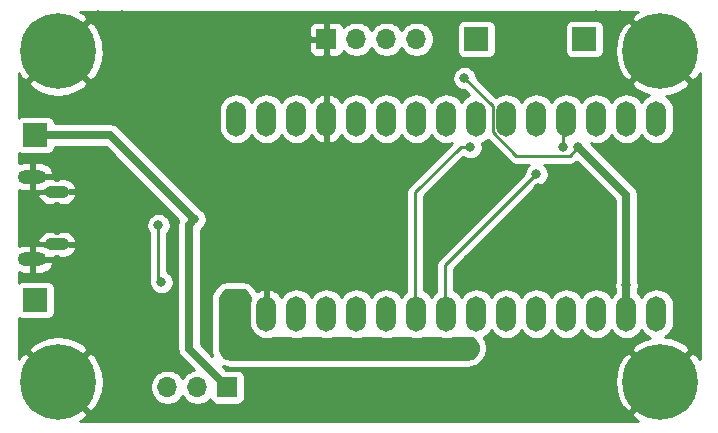
<source format=gbr>
G04 #@! TF.GenerationSoftware,KiCad,Pcbnew,(5.1.6)-1*
G04 #@! TF.CreationDate,2021-01-22T14:13:29+00:00*
G04 #@! TF.ProjectId,NanoBLE_Compass,4e616e6f-424c-4455-9f43-6f6d70617373,rev?*
G04 #@! TF.SameCoordinates,Original*
G04 #@! TF.FileFunction,Copper,L2,Bot*
G04 #@! TF.FilePolarity,Positive*
%FSLAX46Y46*%
G04 Gerber Fmt 4.6, Leading zero omitted, Abs format (unit mm)*
G04 Created by KiCad (PCBNEW (5.1.6)-1) date 2021-01-22 14:13:29*
%MOMM*%
%LPD*%
G01*
G04 APERTURE LIST*
G04 #@! TA.AperFunction,SMDPad,CuDef*
%ADD10O,1.700000X3.000000*%
G04 #@! TD*
G04 #@! TA.AperFunction,ComponentPad*
%ADD11C,6.400000*%
G04 #@! TD*
G04 #@! TA.AperFunction,ComponentPad*
%ADD12O,2.400000X1.200000*%
G04 #@! TD*
G04 #@! TA.AperFunction,ComponentPad*
%ADD13O,2.100000X1.050000*%
G04 #@! TD*
G04 #@! TA.AperFunction,ComponentPad*
%ADD14R,1.700000X1.700000*%
G04 #@! TD*
G04 #@! TA.AperFunction,ComponentPad*
%ADD15O,1.700000X1.700000*%
G04 #@! TD*
G04 #@! TA.AperFunction,ComponentPad*
%ADD16R,2.000000X2.000000*%
G04 #@! TD*
G04 #@! TA.AperFunction,ViaPad*
%ADD17C,0.800000*%
G04 #@! TD*
G04 #@! TA.AperFunction,Conductor*
%ADD18C,0.250000*%
G04 #@! TD*
G04 #@! TA.AperFunction,Conductor*
%ADD19C,0.700000*%
G04 #@! TD*
G04 #@! TA.AperFunction,Conductor*
%ADD20C,0.254000*%
G04 #@! TD*
G04 APERTURE END LIST*
D10*
X148590000Y-97663000D03*
X168910000Y-97663000D03*
X163830000Y-97663000D03*
X143510000Y-97663000D03*
X146050000Y-97663000D03*
X173990000Y-97663000D03*
X140970000Y-97663000D03*
X166370000Y-97663000D03*
X151130000Y-97663000D03*
X153670000Y-97663000D03*
X158750000Y-97663000D03*
X161290000Y-97663000D03*
X156210000Y-97663000D03*
X138430000Y-97663000D03*
X171450000Y-97663000D03*
X173990000Y-81153000D03*
X171450000Y-81153000D03*
X168910000Y-81153000D03*
X166370000Y-81153000D03*
X163830000Y-81153000D03*
X161290000Y-81153000D03*
X158750000Y-81153000D03*
X156210000Y-81153000D03*
X153670000Y-81153000D03*
X151130000Y-81153000D03*
X148590000Y-81153000D03*
X146050000Y-81153000D03*
X143510000Y-81153000D03*
X140970000Y-81153000D03*
X138430000Y-81153000D03*
D11*
X123330000Y-75430000D03*
X123330000Y-103430000D03*
X174330000Y-103430000D03*
X174330000Y-75430000D03*
D12*
X121132000Y-86065000D03*
X121132000Y-93065000D03*
D13*
X123232000Y-87340000D03*
X123232000Y-91790000D03*
D14*
X137668000Y-103886000D03*
D15*
X135128000Y-103886000D03*
X132588000Y-103886000D03*
D14*
X146050000Y-74422000D03*
D15*
X148590000Y-74422000D03*
X151130000Y-74422000D03*
X153670000Y-74422000D03*
D16*
X121412000Y-82550000D03*
X121412000Y-96520000D03*
X167894000Y-74422000D03*
X158750000Y-74422000D03*
D17*
X163322000Y-74422000D03*
X128143000Y-87122000D03*
X132461000Y-83693000D03*
X120396000Y-100076000D03*
X126746000Y-106426000D03*
X171196000Y-106426000D03*
X177292000Y-100076000D03*
X177292000Y-78994000D03*
X170942000Y-72390000D03*
X126746000Y-72390000D03*
X120396000Y-78994000D03*
X128778000Y-72390000D03*
X168910000Y-106426000D03*
X128778000Y-106426000D03*
X177292000Y-98044000D03*
X168910000Y-72390000D03*
X177292000Y-81026000D03*
X123190000Y-93980000D03*
X124460000Y-93980000D03*
X123190000Y-85090000D03*
X124460000Y-85090000D03*
X147701000Y-103886000D03*
X129032000Y-89916000D03*
X127000000Y-84074000D03*
X143000000Y-84000000D03*
X146000000Y-84000000D03*
X149000000Y-84000000D03*
X152000000Y-84000000D03*
X152000000Y-87000000D03*
X149000000Y-87000000D03*
X146000000Y-87000000D03*
X143000000Y-87000000D03*
X143000000Y-90000000D03*
X143000000Y-93000000D03*
X146000000Y-90000000D03*
X146000000Y-93000000D03*
X149000000Y-90000000D03*
X152000000Y-90000000D03*
X155000000Y-90000000D03*
X158000000Y-90000000D03*
X158000000Y-93000000D03*
X161000000Y-93000000D03*
X164000000Y-90000000D03*
X164000000Y-87000000D03*
X167000000Y-87000000D03*
X167000000Y-90000000D03*
X167000000Y-93000000D03*
X170000000Y-93000000D03*
X170000000Y-90000000D03*
X157353000Y-100203000D03*
X158242000Y-100203000D03*
X158242000Y-101092000D03*
X153543000Y-100203000D03*
X153543000Y-101092000D03*
X154432000Y-101092000D03*
X157353000Y-101092000D03*
X154432000Y-100203000D03*
X157734000Y-77724000D03*
X167386000Y-83566000D03*
X171450000Y-95250000D03*
X134874000Y-89662000D03*
X163830000Y-85852000D03*
X158242000Y-83566000D03*
X131826000Y-90170000D03*
X132080000Y-94996000D03*
X166116000Y-83566000D03*
D18*
X166660999Y-84291001D02*
X167386000Y-83566000D01*
X160114990Y-82289705D02*
X162116286Y-84291001D01*
X160114990Y-80104990D02*
X160114990Y-82289705D01*
X162116286Y-84291001D02*
X166660999Y-84291001D01*
X157734000Y-77724000D02*
X160114990Y-80104990D01*
D19*
X167386000Y-83566000D02*
X171450000Y-87630000D01*
X171450000Y-95250000D02*
X171450000Y-97663000D01*
X171450000Y-87630000D02*
X171450000Y-95250000D01*
X121412000Y-82550000D02*
X127762000Y-82550000D01*
X127762000Y-82550000D02*
X134874000Y-89662000D01*
X134416499Y-90119501D02*
X134874000Y-89662000D01*
X134416499Y-100634499D02*
X134416499Y-90119501D01*
X137668000Y-103886000D02*
X134416499Y-100634499D01*
D18*
X156112000Y-98508000D02*
X156112000Y-93570000D01*
X156112000Y-93570000D02*
X163830000Y-85852000D01*
X153572000Y-98508000D02*
X153572000Y-87401020D01*
X157407020Y-83566000D02*
X153572000Y-87401020D01*
X158242000Y-83566000D02*
X157407020Y-83566000D01*
X131826000Y-90170000D02*
X131826000Y-94742000D01*
X131826000Y-94742000D02*
X132080000Y-94996000D01*
X166116000Y-80464000D02*
X166272000Y-80308000D01*
X166116000Y-83566000D02*
X166116000Y-80464000D01*
D20*
G36*
X172209330Y-72212445D02*
G01*
X172168912Y-72239452D01*
X171808724Y-72729119D01*
X174330000Y-75250395D01*
X174344143Y-75236253D01*
X174523748Y-75415858D01*
X174509605Y-75430000D01*
X177030881Y-77951276D01*
X177520548Y-77591088D01*
X177670001Y-77315673D01*
X177670000Y-101541926D01*
X177547555Y-101309330D01*
X177520548Y-101268912D01*
X177030881Y-100908724D01*
X174509605Y-103430000D01*
X174523748Y-103444143D01*
X174344143Y-103623748D01*
X174330000Y-103609605D01*
X171808724Y-106130881D01*
X172168912Y-106620548D01*
X172444325Y-106770000D01*
X125218074Y-106770000D01*
X125450670Y-106647555D01*
X125491088Y-106620548D01*
X125851276Y-106130881D01*
X123330000Y-103609605D01*
X123315858Y-103623748D01*
X123136253Y-103444143D01*
X123150395Y-103430000D01*
X123509605Y-103430000D01*
X126030881Y-105951276D01*
X126520548Y-105591088D01*
X126880849Y-104927118D01*
X127104694Y-104205615D01*
X127183480Y-103454305D01*
X127114178Y-102702062D01*
X126899452Y-101977792D01*
X126547555Y-101309330D01*
X126520548Y-101268912D01*
X126030881Y-100908724D01*
X123509605Y-103430000D01*
X123150395Y-103430000D01*
X120629119Y-100908724D01*
X120139452Y-101268912D01*
X119990000Y-101544325D01*
X119990000Y-100729119D01*
X120808724Y-100729119D01*
X123330000Y-103250395D01*
X125851276Y-100729119D01*
X125491088Y-100239452D01*
X124827118Y-99879151D01*
X124105615Y-99655306D01*
X123354305Y-99576520D01*
X122602062Y-99645822D01*
X121877792Y-99860548D01*
X121209330Y-100212445D01*
X121168912Y-100239452D01*
X120808724Y-100729119D01*
X119990000Y-100729119D01*
X119990000Y-97995136D01*
X120057506Y-98050537D01*
X120167820Y-98109502D01*
X120287518Y-98145812D01*
X120412000Y-98158072D01*
X122412000Y-98158072D01*
X122536482Y-98145812D01*
X122656180Y-98109502D01*
X122766494Y-98050537D01*
X122863185Y-97971185D01*
X122942537Y-97874494D01*
X123001502Y-97764180D01*
X123037812Y-97644482D01*
X123050072Y-97520000D01*
X123050072Y-95520000D01*
X123037812Y-95395518D01*
X123001502Y-95275820D01*
X122942537Y-95165506D01*
X122863185Y-95068815D01*
X122766494Y-94989463D01*
X122656180Y-94930498D01*
X122536482Y-94894188D01*
X122412000Y-94881928D01*
X120412000Y-94881928D01*
X120287518Y-94894188D01*
X120167820Y-94930498D01*
X120057506Y-94989463D01*
X119990000Y-95044864D01*
X119990000Y-94177492D01*
X120166504Y-94251493D01*
X120405000Y-94300000D01*
X121005000Y-94300000D01*
X121005000Y-93192000D01*
X121259000Y-93192000D01*
X121259000Y-94300000D01*
X121859000Y-94300000D01*
X122097496Y-94251493D01*
X122321946Y-94157390D01*
X122523725Y-94021307D01*
X122695078Y-93848474D01*
X122829421Y-93645533D01*
X122921591Y-93420282D01*
X122925462Y-93382609D01*
X122800731Y-93192000D01*
X121259000Y-93192000D01*
X121005000Y-93192000D01*
X120985000Y-93192000D01*
X120985000Y-92938000D01*
X121005000Y-92938000D01*
X121005000Y-91830000D01*
X121259000Y-91830000D01*
X121259000Y-92938000D01*
X122522923Y-92938000D01*
X122580000Y-92950000D01*
X123105000Y-92950000D01*
X123105000Y-92748452D01*
X123125789Y-92750500D01*
X123195712Y-92750500D01*
X123200789Y-92751000D01*
X123337711Y-92751000D01*
X123359000Y-92748903D01*
X123359000Y-92950000D01*
X123884000Y-92950000D01*
X124107865Y-92902934D01*
X124318246Y-92813099D01*
X124507059Y-92683947D01*
X124667047Y-92520441D01*
X124792063Y-92328864D01*
X124875964Y-92095810D01*
X124750163Y-91917000D01*
X124258083Y-91917000D01*
X124258268Y-91915236D01*
X124264467Y-91852013D01*
X124264467Y-91824240D01*
X124267465Y-91796633D01*
X124267496Y-91787759D01*
X124267488Y-91785490D01*
X124264683Y-91757887D01*
X124264877Y-91730134D01*
X124264011Y-91721304D01*
X124257883Y-91663000D01*
X124750163Y-91663000D01*
X124875964Y-91484190D01*
X124792063Y-91251136D01*
X124667047Y-91059559D01*
X124507059Y-90896053D01*
X124318246Y-90766901D01*
X124107865Y-90677066D01*
X123884000Y-90630000D01*
X123359000Y-90630000D01*
X123359000Y-90831548D01*
X123338211Y-90829500D01*
X123268288Y-90829500D01*
X123263211Y-90829000D01*
X123126289Y-90829000D01*
X123105000Y-90831097D01*
X123105000Y-90630000D01*
X122580000Y-90630000D01*
X122356135Y-90677066D01*
X122145754Y-90766901D01*
X121956941Y-90896053D01*
X121796953Y-91059559D01*
X121671937Y-91251136D01*
X121588036Y-91484190D01*
X121713837Y-91663000D01*
X122205917Y-91663000D01*
X122205732Y-91664764D01*
X122199533Y-91727987D01*
X122199533Y-91755760D01*
X122196535Y-91783367D01*
X122196504Y-91792241D01*
X122196512Y-91794510D01*
X122199317Y-91822113D01*
X122199123Y-91849865D01*
X122199989Y-91858696D01*
X122206117Y-91917000D01*
X122189308Y-91917000D01*
X122097496Y-91878507D01*
X121859000Y-91830000D01*
X121259000Y-91830000D01*
X121005000Y-91830000D01*
X120405000Y-91830000D01*
X120166504Y-91878507D01*
X119990000Y-91952508D01*
X119990000Y-90068061D01*
X130791000Y-90068061D01*
X130791000Y-90271939D01*
X130830774Y-90471898D01*
X130908795Y-90660256D01*
X131022063Y-90829774D01*
X131066000Y-90873711D01*
X131066001Y-94704668D01*
X131062324Y-94742000D01*
X131066001Y-94779333D01*
X131066604Y-94785451D01*
X131045000Y-94894061D01*
X131045000Y-95097939D01*
X131084774Y-95297898D01*
X131162795Y-95486256D01*
X131276063Y-95655774D01*
X131420226Y-95799937D01*
X131589744Y-95913205D01*
X131778102Y-95991226D01*
X131978061Y-96031000D01*
X132181939Y-96031000D01*
X132381898Y-95991226D01*
X132570256Y-95913205D01*
X132739774Y-95799937D01*
X132883937Y-95655774D01*
X132997205Y-95486256D01*
X133075226Y-95297898D01*
X133115000Y-95097939D01*
X133115000Y-94894061D01*
X133075226Y-94694102D01*
X132997205Y-94505744D01*
X132883937Y-94336226D01*
X132739774Y-94192063D01*
X132586000Y-94089315D01*
X132586000Y-90873711D01*
X132629937Y-90829774D01*
X132743205Y-90660256D01*
X132821226Y-90471898D01*
X132861000Y-90271939D01*
X132861000Y-90068061D01*
X132821226Y-89868102D01*
X132743205Y-89679744D01*
X132629937Y-89510226D01*
X132485774Y-89366063D01*
X132316256Y-89252795D01*
X132127898Y-89174774D01*
X131927939Y-89135000D01*
X131724061Y-89135000D01*
X131524102Y-89174774D01*
X131335744Y-89252795D01*
X131166226Y-89366063D01*
X131022063Y-89510226D01*
X130908795Y-89679744D01*
X130830774Y-89868102D01*
X130791000Y-90068061D01*
X119990000Y-90068061D01*
X119990000Y-87177492D01*
X120166504Y-87251493D01*
X120405000Y-87300000D01*
X121005000Y-87300000D01*
X121005000Y-86192000D01*
X121259000Y-86192000D01*
X121259000Y-87300000D01*
X121859000Y-87300000D01*
X122097496Y-87251493D01*
X122189308Y-87213000D01*
X122205917Y-87213000D01*
X122205732Y-87214764D01*
X122199533Y-87277987D01*
X122199533Y-87305760D01*
X122196535Y-87333367D01*
X122196504Y-87342241D01*
X122196512Y-87344510D01*
X122199317Y-87372113D01*
X122199123Y-87399865D01*
X122199989Y-87408696D01*
X122206117Y-87467000D01*
X121713837Y-87467000D01*
X121588036Y-87645810D01*
X121671937Y-87878864D01*
X121796953Y-88070441D01*
X121956941Y-88233947D01*
X122145754Y-88363099D01*
X122356135Y-88452934D01*
X122580000Y-88500000D01*
X123105000Y-88500000D01*
X123105000Y-88298452D01*
X123125789Y-88300500D01*
X123195712Y-88300500D01*
X123200789Y-88301000D01*
X123337711Y-88301000D01*
X123359000Y-88298903D01*
X123359000Y-88500000D01*
X123884000Y-88500000D01*
X124107865Y-88452934D01*
X124318246Y-88363099D01*
X124507059Y-88233947D01*
X124667047Y-88070441D01*
X124792063Y-87878864D01*
X124875964Y-87645810D01*
X124750163Y-87467000D01*
X124258083Y-87467000D01*
X124258268Y-87465236D01*
X124264467Y-87402013D01*
X124264467Y-87374240D01*
X124267465Y-87346633D01*
X124267496Y-87337759D01*
X124267488Y-87335490D01*
X124264683Y-87307887D01*
X124264877Y-87280134D01*
X124264011Y-87271304D01*
X124257883Y-87213000D01*
X124750163Y-87213000D01*
X124875964Y-87034190D01*
X124792063Y-86801136D01*
X124667047Y-86609559D01*
X124507059Y-86446053D01*
X124318246Y-86316901D01*
X124107865Y-86227066D01*
X123884000Y-86180000D01*
X123359000Y-86180000D01*
X123359000Y-86381548D01*
X123338211Y-86379500D01*
X123268288Y-86379500D01*
X123263211Y-86379000D01*
X123126289Y-86379000D01*
X123105000Y-86381097D01*
X123105000Y-86180000D01*
X122580000Y-86180000D01*
X122522923Y-86192000D01*
X121259000Y-86192000D01*
X121005000Y-86192000D01*
X120985000Y-86192000D01*
X120985000Y-85938000D01*
X121005000Y-85938000D01*
X121005000Y-84830000D01*
X121259000Y-84830000D01*
X121259000Y-85938000D01*
X122800731Y-85938000D01*
X122925462Y-85747391D01*
X122921591Y-85709718D01*
X122829421Y-85484467D01*
X122695078Y-85281526D01*
X122523725Y-85108693D01*
X122321946Y-84972610D01*
X122097496Y-84878507D01*
X121859000Y-84830000D01*
X121259000Y-84830000D01*
X121005000Y-84830000D01*
X120405000Y-84830000D01*
X120166504Y-84878507D01*
X119990000Y-84952508D01*
X119990000Y-84025136D01*
X120057506Y-84080537D01*
X120167820Y-84139502D01*
X120287518Y-84175812D01*
X120412000Y-84188072D01*
X122412000Y-84188072D01*
X122536482Y-84175812D01*
X122656180Y-84139502D01*
X122766494Y-84080537D01*
X122863185Y-84001185D01*
X122942537Y-83904494D01*
X123001502Y-83794180D01*
X123037812Y-83674482D01*
X123050072Y-83550000D01*
X123050072Y-83535000D01*
X127354000Y-83535000D01*
X133522159Y-89703160D01*
X133502075Y-89740735D01*
X133445752Y-89926408D01*
X133426734Y-90119501D01*
X133431500Y-90167891D01*
X133431499Y-100586119D01*
X133426734Y-100634499D01*
X133431499Y-100682878D01*
X133445752Y-100827592D01*
X133502075Y-101013265D01*
X133593539Y-101184383D01*
X133716629Y-101334369D01*
X133754215Y-101365215D01*
X134821812Y-102432812D01*
X134694842Y-102458068D01*
X134424589Y-102570010D01*
X134181368Y-102732525D01*
X133974525Y-102939368D01*
X133858000Y-103113760D01*
X133741475Y-102939368D01*
X133534632Y-102732525D01*
X133291411Y-102570010D01*
X133021158Y-102458068D01*
X132734260Y-102401000D01*
X132441740Y-102401000D01*
X132154842Y-102458068D01*
X131884589Y-102570010D01*
X131641368Y-102732525D01*
X131434525Y-102939368D01*
X131272010Y-103182589D01*
X131160068Y-103452842D01*
X131103000Y-103739740D01*
X131103000Y-104032260D01*
X131160068Y-104319158D01*
X131272010Y-104589411D01*
X131434525Y-104832632D01*
X131641368Y-105039475D01*
X131884589Y-105201990D01*
X132154842Y-105313932D01*
X132441740Y-105371000D01*
X132734260Y-105371000D01*
X133021158Y-105313932D01*
X133291411Y-105201990D01*
X133534632Y-105039475D01*
X133741475Y-104832632D01*
X133858000Y-104658240D01*
X133974525Y-104832632D01*
X134181368Y-105039475D01*
X134424589Y-105201990D01*
X134694842Y-105313932D01*
X134981740Y-105371000D01*
X135274260Y-105371000D01*
X135561158Y-105313932D01*
X135831411Y-105201990D01*
X136074632Y-105039475D01*
X136206487Y-104907620D01*
X136228498Y-104980180D01*
X136287463Y-105090494D01*
X136366815Y-105187185D01*
X136463506Y-105266537D01*
X136573820Y-105325502D01*
X136693518Y-105361812D01*
X136818000Y-105374072D01*
X138518000Y-105374072D01*
X138642482Y-105361812D01*
X138762180Y-105325502D01*
X138872494Y-105266537D01*
X138969185Y-105187185D01*
X139048537Y-105090494D01*
X139107502Y-104980180D01*
X139143812Y-104860482D01*
X139156072Y-104736000D01*
X139156072Y-103405695D01*
X170476520Y-103405695D01*
X170545822Y-104157938D01*
X170760548Y-104882208D01*
X171112445Y-105550670D01*
X171139452Y-105591088D01*
X171629119Y-105951276D01*
X174150395Y-103430000D01*
X171629119Y-100908724D01*
X171139452Y-101268912D01*
X170779151Y-101932882D01*
X170555306Y-102654385D01*
X170476520Y-103405695D01*
X139156072Y-103405695D01*
X139156072Y-103036000D01*
X139143812Y-102911518D01*
X139107502Y-102791820D01*
X139048537Y-102681506D01*
X138969185Y-102584815D01*
X138872494Y-102505463D01*
X138762180Y-102446498D01*
X138642482Y-102410188D01*
X138518000Y-102397928D01*
X137572929Y-102397928D01*
X137283593Y-102108593D01*
X137338988Y-102131538D01*
X137526581Y-102188443D01*
X137648668Y-102212727D01*
X137843758Y-102231942D01*
X137906000Y-102235000D01*
X158004000Y-102235000D01*
X158066242Y-102231942D01*
X158261332Y-102212727D01*
X158383419Y-102188443D01*
X158571012Y-102131538D01*
X158686020Y-102083900D01*
X158858907Y-101991490D01*
X158962409Y-101922332D01*
X159113946Y-101797969D01*
X159201969Y-101709946D01*
X159326332Y-101558409D01*
X159395490Y-101454907D01*
X159487900Y-101282020D01*
X159535538Y-101167012D01*
X159592443Y-100979419D01*
X159616727Y-100857332D01*
X159635942Y-100662242D01*
X159639000Y-100600000D01*
X159639000Y-100568000D01*
X159635942Y-100505758D01*
X159616727Y-100310668D01*
X159592443Y-100188581D01*
X159535538Y-100000988D01*
X159487900Y-99885980D01*
X159395490Y-99713093D01*
X159365314Y-99667931D01*
X159579014Y-99553706D01*
X159805134Y-99368134D01*
X159990706Y-99142014D01*
X160020000Y-99087208D01*
X160049295Y-99142014D01*
X160234867Y-99368134D01*
X160460987Y-99553706D01*
X160718967Y-99691599D01*
X160998890Y-99776513D01*
X161290000Y-99805185D01*
X161581111Y-99776513D01*
X161861034Y-99691599D01*
X162119014Y-99553706D01*
X162345134Y-99368134D01*
X162530706Y-99142014D01*
X162560000Y-99087208D01*
X162589295Y-99142014D01*
X162774867Y-99368134D01*
X163000987Y-99553706D01*
X163258967Y-99691599D01*
X163538890Y-99776513D01*
X163830000Y-99805185D01*
X164121111Y-99776513D01*
X164401034Y-99691599D01*
X164659014Y-99553706D01*
X164885134Y-99368134D01*
X165070706Y-99142014D01*
X165100000Y-99087208D01*
X165129295Y-99142014D01*
X165314867Y-99368134D01*
X165540987Y-99553706D01*
X165798967Y-99691599D01*
X166078890Y-99776513D01*
X166370000Y-99805185D01*
X166661111Y-99776513D01*
X166941034Y-99691599D01*
X167199014Y-99553706D01*
X167425134Y-99368134D01*
X167610706Y-99142014D01*
X167640000Y-99087208D01*
X167669295Y-99142014D01*
X167854867Y-99368134D01*
X168080987Y-99553706D01*
X168338967Y-99691599D01*
X168618890Y-99776513D01*
X168910000Y-99805185D01*
X169201111Y-99776513D01*
X169481034Y-99691599D01*
X169739014Y-99553706D01*
X169965134Y-99368134D01*
X170150706Y-99142014D01*
X170180000Y-99087208D01*
X170209295Y-99142014D01*
X170394867Y-99368134D01*
X170620987Y-99553706D01*
X170878967Y-99691599D01*
X171158890Y-99776513D01*
X171450000Y-99805185D01*
X171741111Y-99776513D01*
X172021034Y-99691599D01*
X172279014Y-99553706D01*
X172505134Y-99368134D01*
X172690706Y-99142014D01*
X172720000Y-99087208D01*
X172749295Y-99142014D01*
X172934867Y-99368134D01*
X173160987Y-99553706D01*
X173418967Y-99691599D01*
X173433147Y-99695901D01*
X172877792Y-99860548D01*
X172209330Y-100212445D01*
X172168912Y-100239452D01*
X171808724Y-100729119D01*
X174330000Y-103250395D01*
X176851276Y-100729119D01*
X176491088Y-100239452D01*
X175827118Y-99879151D01*
X175105615Y-99655306D01*
X174707115Y-99613517D01*
X174819014Y-99553706D01*
X175045134Y-99368134D01*
X175230706Y-99142014D01*
X175368599Y-98884034D01*
X175453513Y-98604111D01*
X175475000Y-98385950D01*
X175475000Y-96940050D01*
X175453513Y-96721889D01*
X175368599Y-96441966D01*
X175230706Y-96183986D01*
X175045134Y-95957866D01*
X174819013Y-95772294D01*
X174561033Y-95634401D01*
X174281110Y-95549487D01*
X173990000Y-95520815D01*
X173698889Y-95549487D01*
X173418966Y-95634401D01*
X173160986Y-95772294D01*
X172934866Y-95957866D01*
X172749294Y-96183987D01*
X172720000Y-96238792D01*
X172690706Y-96183986D01*
X172505134Y-95957866D01*
X172435000Y-95900309D01*
X172435000Y-95576586D01*
X172445226Y-95551898D01*
X172485000Y-95351939D01*
X172485000Y-95148061D01*
X172445226Y-94948102D01*
X172435000Y-94923414D01*
X172435000Y-87678380D01*
X172439765Y-87630000D01*
X172420747Y-87436906D01*
X172364424Y-87251233D01*
X172349665Y-87223621D01*
X172272960Y-87080116D01*
X172149870Y-86930130D01*
X172112290Y-86899289D01*
X168418824Y-83205824D01*
X168618889Y-83266513D01*
X168910000Y-83295185D01*
X169201110Y-83266513D01*
X169481033Y-83181599D01*
X169739013Y-83043706D01*
X169965134Y-82858134D01*
X170150706Y-82632014D01*
X170180000Y-82577208D01*
X170209294Y-82632013D01*
X170394866Y-82858134D01*
X170620986Y-83043706D01*
X170878966Y-83181599D01*
X171158889Y-83266513D01*
X171450000Y-83295185D01*
X171741110Y-83266513D01*
X172021033Y-83181599D01*
X172279013Y-83043706D01*
X172505134Y-82858134D01*
X172690706Y-82632014D01*
X172720000Y-82577208D01*
X172749294Y-82632013D01*
X172934866Y-82858134D01*
X173160986Y-83043706D01*
X173418966Y-83181599D01*
X173698889Y-83266513D01*
X173990000Y-83295185D01*
X174281110Y-83266513D01*
X174561033Y-83181599D01*
X174819013Y-83043706D01*
X175045134Y-82858134D01*
X175230706Y-82632014D01*
X175368599Y-82374034D01*
X175453513Y-82094111D01*
X175475000Y-81875950D01*
X175475000Y-80430050D01*
X175453513Y-80211889D01*
X175368599Y-79931966D01*
X175230706Y-79673986D01*
X175045134Y-79447866D01*
X174819014Y-79262294D01*
X174777356Y-79240027D01*
X175057938Y-79214178D01*
X175782208Y-78999452D01*
X176450670Y-78647555D01*
X176491088Y-78620548D01*
X176851276Y-78130881D01*
X174330000Y-75609605D01*
X171808724Y-78130881D01*
X172168912Y-78620548D01*
X172832882Y-78980849D01*
X173373653Y-79148622D01*
X173160987Y-79262294D01*
X172934867Y-79447866D01*
X172749295Y-79673986D01*
X172720000Y-79728792D01*
X172690706Y-79673986D01*
X172505134Y-79447866D01*
X172279014Y-79262294D01*
X172021034Y-79124401D01*
X171741111Y-79039487D01*
X171450000Y-79010815D01*
X171158890Y-79039487D01*
X170878967Y-79124401D01*
X170620987Y-79262294D01*
X170394867Y-79447866D01*
X170209295Y-79673986D01*
X170180000Y-79728792D01*
X170150706Y-79673986D01*
X169965134Y-79447866D01*
X169739014Y-79262294D01*
X169481034Y-79124401D01*
X169201111Y-79039487D01*
X168910000Y-79010815D01*
X168618890Y-79039487D01*
X168338967Y-79124401D01*
X168080987Y-79262294D01*
X167854867Y-79447866D01*
X167669295Y-79673986D01*
X167640000Y-79728792D01*
X167610706Y-79673986D01*
X167425134Y-79447866D01*
X167199014Y-79262294D01*
X166941034Y-79124401D01*
X166661111Y-79039487D01*
X166370000Y-79010815D01*
X166078890Y-79039487D01*
X165798967Y-79124401D01*
X165540987Y-79262294D01*
X165314867Y-79447866D01*
X165129295Y-79673986D01*
X165100000Y-79728792D01*
X165070706Y-79673986D01*
X164885134Y-79447866D01*
X164659014Y-79262294D01*
X164401034Y-79124401D01*
X164121111Y-79039487D01*
X163830000Y-79010815D01*
X163538890Y-79039487D01*
X163258967Y-79124401D01*
X163000987Y-79262294D01*
X162774867Y-79447866D01*
X162589295Y-79673986D01*
X162560000Y-79728792D01*
X162530706Y-79673986D01*
X162345134Y-79447866D01*
X162119014Y-79262294D01*
X161861034Y-79124401D01*
X161581111Y-79039487D01*
X161290000Y-79010815D01*
X160998890Y-79039487D01*
X160718967Y-79124401D01*
X160460987Y-79262294D01*
X160398433Y-79313631D01*
X158769000Y-77684199D01*
X158769000Y-77622061D01*
X158729226Y-77422102D01*
X158651205Y-77233744D01*
X158537937Y-77064226D01*
X158393774Y-76920063D01*
X158224256Y-76806795D01*
X158035898Y-76728774D01*
X157835939Y-76689000D01*
X157632061Y-76689000D01*
X157432102Y-76728774D01*
X157243744Y-76806795D01*
X157074226Y-76920063D01*
X156930063Y-77064226D01*
X156816795Y-77233744D01*
X156738774Y-77422102D01*
X156699000Y-77622061D01*
X156699000Y-77825939D01*
X156738774Y-78025898D01*
X156816795Y-78214256D01*
X156930063Y-78383774D01*
X157074226Y-78527937D01*
X157243744Y-78641205D01*
X157432102Y-78719226D01*
X157632061Y-78759000D01*
X157694199Y-78759000D01*
X158101178Y-79165980D01*
X157920987Y-79262294D01*
X157694867Y-79447866D01*
X157509295Y-79673986D01*
X157480000Y-79728792D01*
X157450706Y-79673986D01*
X157265134Y-79447866D01*
X157039014Y-79262294D01*
X156781034Y-79124401D01*
X156501111Y-79039487D01*
X156210000Y-79010815D01*
X155918890Y-79039487D01*
X155638967Y-79124401D01*
X155380987Y-79262294D01*
X155154867Y-79447866D01*
X154969295Y-79673986D01*
X154940000Y-79728792D01*
X154910706Y-79673986D01*
X154725134Y-79447866D01*
X154499014Y-79262294D01*
X154241034Y-79124401D01*
X153961111Y-79039487D01*
X153670000Y-79010815D01*
X153378890Y-79039487D01*
X153098967Y-79124401D01*
X152840987Y-79262294D01*
X152614867Y-79447866D01*
X152429295Y-79673986D01*
X152400000Y-79728792D01*
X152370706Y-79673986D01*
X152185134Y-79447866D01*
X151959014Y-79262294D01*
X151701034Y-79124401D01*
X151421111Y-79039487D01*
X151130000Y-79010815D01*
X150838890Y-79039487D01*
X150558967Y-79124401D01*
X150300987Y-79262294D01*
X150074867Y-79447866D01*
X149889295Y-79673986D01*
X149860000Y-79728792D01*
X149830706Y-79673986D01*
X149645134Y-79447866D01*
X149419014Y-79262294D01*
X149161034Y-79124401D01*
X148881111Y-79039487D01*
X148590000Y-79010815D01*
X148298890Y-79039487D01*
X148018967Y-79124401D01*
X147760987Y-79262294D01*
X147534867Y-79447866D01*
X147349295Y-79673986D01*
X147318105Y-79732338D01*
X147214176Y-79572381D01*
X147010252Y-79363143D01*
X146769426Y-79197709D01*
X146500953Y-79082437D01*
X146406890Y-79061524D01*
X146177000Y-79182845D01*
X146177000Y-81026000D01*
X146197000Y-81026000D01*
X146197000Y-81280000D01*
X146177000Y-81280000D01*
X146177000Y-83123155D01*
X146406890Y-83244476D01*
X146500953Y-83223563D01*
X146769426Y-83108291D01*
X147010252Y-82942857D01*
X147214176Y-82733619D01*
X147318105Y-82573662D01*
X147349294Y-82632013D01*
X147534866Y-82858134D01*
X147760986Y-83043706D01*
X148018966Y-83181599D01*
X148298889Y-83266513D01*
X148590000Y-83295185D01*
X148881110Y-83266513D01*
X149161033Y-83181599D01*
X149419013Y-83043706D01*
X149645134Y-82858134D01*
X149830706Y-82632014D01*
X149860000Y-82577208D01*
X149889294Y-82632013D01*
X150074866Y-82858134D01*
X150300986Y-83043706D01*
X150558966Y-83181599D01*
X150838889Y-83266513D01*
X151130000Y-83295185D01*
X151421110Y-83266513D01*
X151701033Y-83181599D01*
X151959013Y-83043706D01*
X152185134Y-82858134D01*
X152370706Y-82632014D01*
X152400000Y-82577208D01*
X152429294Y-82632013D01*
X152614866Y-82858134D01*
X152840986Y-83043706D01*
X153098966Y-83181599D01*
X153378889Y-83266513D01*
X153670000Y-83295185D01*
X153961110Y-83266513D01*
X154241033Y-83181599D01*
X154499013Y-83043706D01*
X154725134Y-82858134D01*
X154910706Y-82632014D01*
X154940000Y-82577208D01*
X154969294Y-82632013D01*
X155154866Y-82858134D01*
X155380986Y-83043706D01*
X155638966Y-83181599D01*
X155918889Y-83266513D01*
X156210000Y-83295185D01*
X156501110Y-83266513D01*
X156688571Y-83209647D01*
X153060998Y-86837221D01*
X153032000Y-86861019D01*
X153008202Y-86890017D01*
X153008201Y-86890018D01*
X152937026Y-86976744D01*
X152866454Y-87108774D01*
X152840474Y-87194423D01*
X152822998Y-87252034D01*
X152814113Y-87342241D01*
X152808324Y-87401020D01*
X152812001Y-87438352D01*
X152812000Y-95796082D01*
X152614866Y-95957866D01*
X152429294Y-96183987D01*
X152400000Y-96238792D01*
X152370706Y-96183986D01*
X152185134Y-95957866D01*
X151959013Y-95772294D01*
X151701033Y-95634401D01*
X151421110Y-95549487D01*
X151130000Y-95520815D01*
X150838889Y-95549487D01*
X150558966Y-95634401D01*
X150300986Y-95772294D01*
X150074866Y-95957866D01*
X149889294Y-96183987D01*
X149860000Y-96238792D01*
X149830706Y-96183986D01*
X149645134Y-95957866D01*
X149419013Y-95772294D01*
X149161033Y-95634401D01*
X148881110Y-95549487D01*
X148590000Y-95520815D01*
X148298889Y-95549487D01*
X148018966Y-95634401D01*
X147760986Y-95772294D01*
X147534866Y-95957866D01*
X147349294Y-96183987D01*
X147320000Y-96238792D01*
X147290706Y-96183986D01*
X147105134Y-95957866D01*
X146879013Y-95772294D01*
X146621033Y-95634401D01*
X146341110Y-95549487D01*
X146050000Y-95520815D01*
X145758889Y-95549487D01*
X145478966Y-95634401D01*
X145220986Y-95772294D01*
X144994866Y-95957866D01*
X144809294Y-96183987D01*
X144780000Y-96238792D01*
X144750706Y-96183986D01*
X144565134Y-95957866D01*
X144339013Y-95772294D01*
X144081033Y-95634401D01*
X143801110Y-95549487D01*
X143510000Y-95520815D01*
X143218889Y-95549487D01*
X142938966Y-95634401D01*
X142680986Y-95772294D01*
X142454866Y-95957866D01*
X142269294Y-96183987D01*
X142238105Y-96242338D01*
X142134176Y-96082381D01*
X141930252Y-95873143D01*
X141689426Y-95707709D01*
X141420953Y-95592437D01*
X141326890Y-95571524D01*
X141097000Y-95692845D01*
X141097000Y-97536000D01*
X141117000Y-97536000D01*
X141117000Y-97790000D01*
X141097000Y-97790000D01*
X141097000Y-97810000D01*
X140843000Y-97810000D01*
X140843000Y-97790000D01*
X140823000Y-97790000D01*
X140823000Y-97536000D01*
X140843000Y-97536000D01*
X140843000Y-95692845D01*
X140613110Y-95571524D01*
X140519047Y-95592437D01*
X140250574Y-95707709D01*
X140157131Y-95771899D01*
X140091490Y-95649093D01*
X140022332Y-95545591D01*
X139897969Y-95394054D01*
X139809946Y-95306031D01*
X139658409Y-95181668D01*
X139554907Y-95112510D01*
X139382020Y-95020100D01*
X139267012Y-94972462D01*
X139079419Y-94915557D01*
X138957332Y-94891273D01*
X138762242Y-94872058D01*
X138700000Y-94869000D01*
X137906000Y-94869000D01*
X137843758Y-94872058D01*
X137648668Y-94891273D01*
X137526581Y-94915557D01*
X137338988Y-94972462D01*
X137223980Y-95020100D01*
X137051093Y-95112510D01*
X136947591Y-95181668D01*
X136796054Y-95306031D01*
X136708031Y-95394054D01*
X136583668Y-95545591D01*
X136514510Y-95649093D01*
X136422100Y-95821980D01*
X136374462Y-95936988D01*
X136317557Y-96124581D01*
X136293273Y-96246668D01*
X136274058Y-96441758D01*
X136271000Y-96504000D01*
X136271000Y-100600000D01*
X136274058Y-100662242D01*
X136293273Y-100857332D01*
X136317557Y-100979419D01*
X136374462Y-101167012D01*
X136397407Y-101222407D01*
X135401499Y-100226499D01*
X135401499Y-90554320D01*
X135533774Y-90465937D01*
X135677937Y-90321774D01*
X135791205Y-90152256D01*
X135869226Y-89963898D01*
X135909000Y-89763939D01*
X135909000Y-89560061D01*
X135869226Y-89360102D01*
X135791205Y-89171744D01*
X135677937Y-89002226D01*
X135533774Y-88858063D01*
X135364256Y-88744795D01*
X135339571Y-88734570D01*
X128492716Y-81887716D01*
X128461870Y-81850130D01*
X128311884Y-81727040D01*
X128140767Y-81635576D01*
X127955094Y-81579253D01*
X127810380Y-81565000D01*
X127762000Y-81560235D01*
X127713620Y-81565000D01*
X123050072Y-81565000D01*
X123050072Y-81550000D01*
X123037812Y-81425518D01*
X123001502Y-81305820D01*
X122942537Y-81195506D01*
X122863185Y-81098815D01*
X122766494Y-81019463D01*
X122656180Y-80960498D01*
X122536482Y-80924188D01*
X122412000Y-80911928D01*
X120412000Y-80911928D01*
X120287518Y-80924188D01*
X120167820Y-80960498D01*
X120057506Y-81019463D01*
X119990000Y-81074864D01*
X119990000Y-80430050D01*
X136945000Y-80430050D01*
X136945000Y-81875949D01*
X136966487Y-82094110D01*
X137051401Y-82374033D01*
X137189294Y-82632013D01*
X137374866Y-82858134D01*
X137600986Y-83043706D01*
X137858966Y-83181599D01*
X138138889Y-83266513D01*
X138430000Y-83295185D01*
X138721110Y-83266513D01*
X139001033Y-83181599D01*
X139259013Y-83043706D01*
X139485134Y-82858134D01*
X139670706Y-82632014D01*
X139700000Y-82577208D01*
X139729294Y-82632013D01*
X139914866Y-82858134D01*
X140140986Y-83043706D01*
X140398966Y-83181599D01*
X140678889Y-83266513D01*
X140970000Y-83295185D01*
X141261110Y-83266513D01*
X141541033Y-83181599D01*
X141799013Y-83043706D01*
X142025134Y-82858134D01*
X142210706Y-82632014D01*
X142240000Y-82577208D01*
X142269294Y-82632013D01*
X142454866Y-82858134D01*
X142680986Y-83043706D01*
X142938966Y-83181599D01*
X143218889Y-83266513D01*
X143510000Y-83295185D01*
X143801110Y-83266513D01*
X144081033Y-83181599D01*
X144339013Y-83043706D01*
X144565134Y-82858134D01*
X144750706Y-82632014D01*
X144781895Y-82573663D01*
X144885824Y-82733619D01*
X145089748Y-82942857D01*
X145330574Y-83108291D01*
X145599047Y-83223563D01*
X145693110Y-83244476D01*
X145923000Y-83123155D01*
X145923000Y-81280000D01*
X145903000Y-81280000D01*
X145903000Y-81026000D01*
X145923000Y-81026000D01*
X145923000Y-79182845D01*
X145693110Y-79061524D01*
X145599047Y-79082437D01*
X145330574Y-79197709D01*
X145089748Y-79363143D01*
X144885824Y-79572381D01*
X144781895Y-79732337D01*
X144750706Y-79673986D01*
X144565134Y-79447866D01*
X144339014Y-79262294D01*
X144081034Y-79124401D01*
X143801111Y-79039487D01*
X143510000Y-79010815D01*
X143218890Y-79039487D01*
X142938967Y-79124401D01*
X142680987Y-79262294D01*
X142454867Y-79447866D01*
X142269295Y-79673986D01*
X142240000Y-79728792D01*
X142210706Y-79673986D01*
X142025134Y-79447866D01*
X141799014Y-79262294D01*
X141541034Y-79124401D01*
X141261111Y-79039487D01*
X140970000Y-79010815D01*
X140678890Y-79039487D01*
X140398967Y-79124401D01*
X140140987Y-79262294D01*
X139914867Y-79447866D01*
X139729295Y-79673986D01*
X139700000Y-79728792D01*
X139670706Y-79673986D01*
X139485134Y-79447866D01*
X139259014Y-79262294D01*
X139001034Y-79124401D01*
X138721111Y-79039487D01*
X138430000Y-79010815D01*
X138138890Y-79039487D01*
X137858967Y-79124401D01*
X137600987Y-79262294D01*
X137374867Y-79447866D01*
X137189295Y-79673986D01*
X137051401Y-79931966D01*
X136966487Y-80211889D01*
X136945000Y-80430050D01*
X119990000Y-80430050D01*
X119990000Y-78130881D01*
X120808724Y-78130881D01*
X121168912Y-78620548D01*
X121832882Y-78980849D01*
X122554385Y-79204694D01*
X123305695Y-79283480D01*
X124057938Y-79214178D01*
X124782208Y-78999452D01*
X125450670Y-78647555D01*
X125491088Y-78620548D01*
X125851276Y-78130881D01*
X123330000Y-75609605D01*
X120808724Y-78130881D01*
X119990000Y-78130881D01*
X119990000Y-77318074D01*
X120112445Y-77550670D01*
X120139452Y-77591088D01*
X120629119Y-77951276D01*
X123150395Y-75430000D01*
X123509605Y-75430000D01*
X126030881Y-77951276D01*
X126520548Y-77591088D01*
X126880849Y-76927118D01*
X127104694Y-76205615D01*
X127183480Y-75454305D01*
X127166685Y-75272000D01*
X144561928Y-75272000D01*
X144574188Y-75396482D01*
X144610498Y-75516180D01*
X144669463Y-75626494D01*
X144748815Y-75723185D01*
X144845506Y-75802537D01*
X144955820Y-75861502D01*
X145075518Y-75897812D01*
X145200000Y-75910072D01*
X145764250Y-75907000D01*
X145923000Y-75748250D01*
X145923000Y-74549000D01*
X144723750Y-74549000D01*
X144565000Y-74707750D01*
X144561928Y-75272000D01*
X127166685Y-75272000D01*
X127114178Y-74702062D01*
X126899452Y-73977792D01*
X126685832Y-73572000D01*
X144561928Y-73572000D01*
X144565000Y-74136250D01*
X144723750Y-74295000D01*
X145923000Y-74295000D01*
X145923000Y-73095750D01*
X146177000Y-73095750D01*
X146177000Y-74295000D01*
X146197000Y-74295000D01*
X146197000Y-74549000D01*
X146177000Y-74549000D01*
X146177000Y-75748250D01*
X146335750Y-75907000D01*
X146900000Y-75910072D01*
X147024482Y-75897812D01*
X147144180Y-75861502D01*
X147254494Y-75802537D01*
X147351185Y-75723185D01*
X147430537Y-75626494D01*
X147489502Y-75516180D01*
X147511513Y-75443620D01*
X147643368Y-75575475D01*
X147886589Y-75737990D01*
X148156842Y-75849932D01*
X148443740Y-75907000D01*
X148736260Y-75907000D01*
X149023158Y-75849932D01*
X149293411Y-75737990D01*
X149536632Y-75575475D01*
X149743475Y-75368632D01*
X149860000Y-75194240D01*
X149976525Y-75368632D01*
X150183368Y-75575475D01*
X150426589Y-75737990D01*
X150696842Y-75849932D01*
X150983740Y-75907000D01*
X151276260Y-75907000D01*
X151563158Y-75849932D01*
X151833411Y-75737990D01*
X152076632Y-75575475D01*
X152283475Y-75368632D01*
X152400000Y-75194240D01*
X152516525Y-75368632D01*
X152723368Y-75575475D01*
X152966589Y-75737990D01*
X153236842Y-75849932D01*
X153523740Y-75907000D01*
X153816260Y-75907000D01*
X154103158Y-75849932D01*
X154373411Y-75737990D01*
X154616632Y-75575475D01*
X154823475Y-75368632D01*
X154985990Y-75125411D01*
X155097932Y-74855158D01*
X155155000Y-74568260D01*
X155155000Y-74275740D01*
X155097932Y-73988842D01*
X154985990Y-73718589D01*
X154823475Y-73475368D01*
X154770107Y-73422000D01*
X157111928Y-73422000D01*
X157111928Y-75422000D01*
X157124188Y-75546482D01*
X157160498Y-75666180D01*
X157219463Y-75776494D01*
X157298815Y-75873185D01*
X157395506Y-75952537D01*
X157505820Y-76011502D01*
X157625518Y-76047812D01*
X157750000Y-76060072D01*
X159750000Y-76060072D01*
X159874482Y-76047812D01*
X159994180Y-76011502D01*
X160104494Y-75952537D01*
X160201185Y-75873185D01*
X160280537Y-75776494D01*
X160339502Y-75666180D01*
X160375812Y-75546482D01*
X160388072Y-75422000D01*
X160388072Y-73422000D01*
X166255928Y-73422000D01*
X166255928Y-75422000D01*
X166268188Y-75546482D01*
X166304498Y-75666180D01*
X166363463Y-75776494D01*
X166442815Y-75873185D01*
X166539506Y-75952537D01*
X166649820Y-76011502D01*
X166769518Y-76047812D01*
X166894000Y-76060072D01*
X168894000Y-76060072D01*
X169018482Y-76047812D01*
X169138180Y-76011502D01*
X169248494Y-75952537D01*
X169345185Y-75873185D01*
X169424537Y-75776494D01*
X169483502Y-75666180D01*
X169519812Y-75546482D01*
X169532072Y-75422000D01*
X169532072Y-75405695D01*
X170476520Y-75405695D01*
X170545822Y-76157938D01*
X170760548Y-76882208D01*
X171112445Y-77550670D01*
X171139452Y-77591088D01*
X171629119Y-77951276D01*
X174150395Y-75430000D01*
X171629119Y-72908724D01*
X171139452Y-73268912D01*
X170779151Y-73932882D01*
X170555306Y-74654385D01*
X170476520Y-75405695D01*
X169532072Y-75405695D01*
X169532072Y-73422000D01*
X169519812Y-73297518D01*
X169483502Y-73177820D01*
X169424537Y-73067506D01*
X169345185Y-72970815D01*
X169248494Y-72891463D01*
X169138180Y-72832498D01*
X169018482Y-72796188D01*
X168894000Y-72783928D01*
X166894000Y-72783928D01*
X166769518Y-72796188D01*
X166649820Y-72832498D01*
X166539506Y-72891463D01*
X166442815Y-72970815D01*
X166363463Y-73067506D01*
X166304498Y-73177820D01*
X166268188Y-73297518D01*
X166255928Y-73422000D01*
X160388072Y-73422000D01*
X160375812Y-73297518D01*
X160339502Y-73177820D01*
X160280537Y-73067506D01*
X160201185Y-72970815D01*
X160104494Y-72891463D01*
X159994180Y-72832498D01*
X159874482Y-72796188D01*
X159750000Y-72783928D01*
X157750000Y-72783928D01*
X157625518Y-72796188D01*
X157505820Y-72832498D01*
X157395506Y-72891463D01*
X157298815Y-72970815D01*
X157219463Y-73067506D01*
X157160498Y-73177820D01*
X157124188Y-73297518D01*
X157111928Y-73422000D01*
X154770107Y-73422000D01*
X154616632Y-73268525D01*
X154373411Y-73106010D01*
X154103158Y-72994068D01*
X153816260Y-72937000D01*
X153523740Y-72937000D01*
X153236842Y-72994068D01*
X152966589Y-73106010D01*
X152723368Y-73268525D01*
X152516525Y-73475368D01*
X152400000Y-73649760D01*
X152283475Y-73475368D01*
X152076632Y-73268525D01*
X151833411Y-73106010D01*
X151563158Y-72994068D01*
X151276260Y-72937000D01*
X150983740Y-72937000D01*
X150696842Y-72994068D01*
X150426589Y-73106010D01*
X150183368Y-73268525D01*
X149976525Y-73475368D01*
X149860000Y-73649760D01*
X149743475Y-73475368D01*
X149536632Y-73268525D01*
X149293411Y-73106010D01*
X149023158Y-72994068D01*
X148736260Y-72937000D01*
X148443740Y-72937000D01*
X148156842Y-72994068D01*
X147886589Y-73106010D01*
X147643368Y-73268525D01*
X147511513Y-73400380D01*
X147489502Y-73327820D01*
X147430537Y-73217506D01*
X147351185Y-73120815D01*
X147254494Y-73041463D01*
X147144180Y-72982498D01*
X147024482Y-72946188D01*
X146900000Y-72933928D01*
X146335750Y-72937000D01*
X146177000Y-73095750D01*
X145923000Y-73095750D01*
X145764250Y-72937000D01*
X145200000Y-72933928D01*
X145075518Y-72946188D01*
X144955820Y-72982498D01*
X144845506Y-73041463D01*
X144748815Y-73120815D01*
X144669463Y-73217506D01*
X144610498Y-73327820D01*
X144574188Y-73447518D01*
X144561928Y-73572000D01*
X126685832Y-73572000D01*
X126547555Y-73309330D01*
X126520548Y-73268912D01*
X126030881Y-72908724D01*
X123509605Y-75430000D01*
X123150395Y-75430000D01*
X123136253Y-75415858D01*
X123315858Y-75236253D01*
X123330000Y-75250395D01*
X125851276Y-72729119D01*
X125491088Y-72239452D01*
X125215675Y-72090000D01*
X172441926Y-72090000D01*
X172209330Y-72212445D01*
G37*
X172209330Y-72212445D02*
X172168912Y-72239452D01*
X171808724Y-72729119D01*
X174330000Y-75250395D01*
X174344143Y-75236253D01*
X174523748Y-75415858D01*
X174509605Y-75430000D01*
X177030881Y-77951276D01*
X177520548Y-77591088D01*
X177670001Y-77315673D01*
X177670000Y-101541926D01*
X177547555Y-101309330D01*
X177520548Y-101268912D01*
X177030881Y-100908724D01*
X174509605Y-103430000D01*
X174523748Y-103444143D01*
X174344143Y-103623748D01*
X174330000Y-103609605D01*
X171808724Y-106130881D01*
X172168912Y-106620548D01*
X172444325Y-106770000D01*
X125218074Y-106770000D01*
X125450670Y-106647555D01*
X125491088Y-106620548D01*
X125851276Y-106130881D01*
X123330000Y-103609605D01*
X123315858Y-103623748D01*
X123136253Y-103444143D01*
X123150395Y-103430000D01*
X123509605Y-103430000D01*
X126030881Y-105951276D01*
X126520548Y-105591088D01*
X126880849Y-104927118D01*
X127104694Y-104205615D01*
X127183480Y-103454305D01*
X127114178Y-102702062D01*
X126899452Y-101977792D01*
X126547555Y-101309330D01*
X126520548Y-101268912D01*
X126030881Y-100908724D01*
X123509605Y-103430000D01*
X123150395Y-103430000D01*
X120629119Y-100908724D01*
X120139452Y-101268912D01*
X119990000Y-101544325D01*
X119990000Y-100729119D01*
X120808724Y-100729119D01*
X123330000Y-103250395D01*
X125851276Y-100729119D01*
X125491088Y-100239452D01*
X124827118Y-99879151D01*
X124105615Y-99655306D01*
X123354305Y-99576520D01*
X122602062Y-99645822D01*
X121877792Y-99860548D01*
X121209330Y-100212445D01*
X121168912Y-100239452D01*
X120808724Y-100729119D01*
X119990000Y-100729119D01*
X119990000Y-97995136D01*
X120057506Y-98050537D01*
X120167820Y-98109502D01*
X120287518Y-98145812D01*
X120412000Y-98158072D01*
X122412000Y-98158072D01*
X122536482Y-98145812D01*
X122656180Y-98109502D01*
X122766494Y-98050537D01*
X122863185Y-97971185D01*
X122942537Y-97874494D01*
X123001502Y-97764180D01*
X123037812Y-97644482D01*
X123050072Y-97520000D01*
X123050072Y-95520000D01*
X123037812Y-95395518D01*
X123001502Y-95275820D01*
X122942537Y-95165506D01*
X122863185Y-95068815D01*
X122766494Y-94989463D01*
X122656180Y-94930498D01*
X122536482Y-94894188D01*
X122412000Y-94881928D01*
X120412000Y-94881928D01*
X120287518Y-94894188D01*
X120167820Y-94930498D01*
X120057506Y-94989463D01*
X119990000Y-95044864D01*
X119990000Y-94177492D01*
X120166504Y-94251493D01*
X120405000Y-94300000D01*
X121005000Y-94300000D01*
X121005000Y-93192000D01*
X121259000Y-93192000D01*
X121259000Y-94300000D01*
X121859000Y-94300000D01*
X122097496Y-94251493D01*
X122321946Y-94157390D01*
X122523725Y-94021307D01*
X122695078Y-93848474D01*
X122829421Y-93645533D01*
X122921591Y-93420282D01*
X122925462Y-93382609D01*
X122800731Y-93192000D01*
X121259000Y-93192000D01*
X121005000Y-93192000D01*
X120985000Y-93192000D01*
X120985000Y-92938000D01*
X121005000Y-92938000D01*
X121005000Y-91830000D01*
X121259000Y-91830000D01*
X121259000Y-92938000D01*
X122522923Y-92938000D01*
X122580000Y-92950000D01*
X123105000Y-92950000D01*
X123105000Y-92748452D01*
X123125789Y-92750500D01*
X123195712Y-92750500D01*
X123200789Y-92751000D01*
X123337711Y-92751000D01*
X123359000Y-92748903D01*
X123359000Y-92950000D01*
X123884000Y-92950000D01*
X124107865Y-92902934D01*
X124318246Y-92813099D01*
X124507059Y-92683947D01*
X124667047Y-92520441D01*
X124792063Y-92328864D01*
X124875964Y-92095810D01*
X124750163Y-91917000D01*
X124258083Y-91917000D01*
X124258268Y-91915236D01*
X124264467Y-91852013D01*
X124264467Y-91824240D01*
X124267465Y-91796633D01*
X124267496Y-91787759D01*
X124267488Y-91785490D01*
X124264683Y-91757887D01*
X124264877Y-91730134D01*
X124264011Y-91721304D01*
X124257883Y-91663000D01*
X124750163Y-91663000D01*
X124875964Y-91484190D01*
X124792063Y-91251136D01*
X124667047Y-91059559D01*
X124507059Y-90896053D01*
X124318246Y-90766901D01*
X124107865Y-90677066D01*
X123884000Y-90630000D01*
X123359000Y-90630000D01*
X123359000Y-90831548D01*
X123338211Y-90829500D01*
X123268288Y-90829500D01*
X123263211Y-90829000D01*
X123126289Y-90829000D01*
X123105000Y-90831097D01*
X123105000Y-90630000D01*
X122580000Y-90630000D01*
X122356135Y-90677066D01*
X122145754Y-90766901D01*
X121956941Y-90896053D01*
X121796953Y-91059559D01*
X121671937Y-91251136D01*
X121588036Y-91484190D01*
X121713837Y-91663000D01*
X122205917Y-91663000D01*
X122205732Y-91664764D01*
X122199533Y-91727987D01*
X122199533Y-91755760D01*
X122196535Y-91783367D01*
X122196504Y-91792241D01*
X122196512Y-91794510D01*
X122199317Y-91822113D01*
X122199123Y-91849865D01*
X122199989Y-91858696D01*
X122206117Y-91917000D01*
X122189308Y-91917000D01*
X122097496Y-91878507D01*
X121859000Y-91830000D01*
X121259000Y-91830000D01*
X121005000Y-91830000D01*
X120405000Y-91830000D01*
X120166504Y-91878507D01*
X119990000Y-91952508D01*
X119990000Y-90068061D01*
X130791000Y-90068061D01*
X130791000Y-90271939D01*
X130830774Y-90471898D01*
X130908795Y-90660256D01*
X131022063Y-90829774D01*
X131066000Y-90873711D01*
X131066001Y-94704668D01*
X131062324Y-94742000D01*
X131066001Y-94779333D01*
X131066604Y-94785451D01*
X131045000Y-94894061D01*
X131045000Y-95097939D01*
X131084774Y-95297898D01*
X131162795Y-95486256D01*
X131276063Y-95655774D01*
X131420226Y-95799937D01*
X131589744Y-95913205D01*
X131778102Y-95991226D01*
X131978061Y-96031000D01*
X132181939Y-96031000D01*
X132381898Y-95991226D01*
X132570256Y-95913205D01*
X132739774Y-95799937D01*
X132883937Y-95655774D01*
X132997205Y-95486256D01*
X133075226Y-95297898D01*
X133115000Y-95097939D01*
X133115000Y-94894061D01*
X133075226Y-94694102D01*
X132997205Y-94505744D01*
X132883937Y-94336226D01*
X132739774Y-94192063D01*
X132586000Y-94089315D01*
X132586000Y-90873711D01*
X132629937Y-90829774D01*
X132743205Y-90660256D01*
X132821226Y-90471898D01*
X132861000Y-90271939D01*
X132861000Y-90068061D01*
X132821226Y-89868102D01*
X132743205Y-89679744D01*
X132629937Y-89510226D01*
X132485774Y-89366063D01*
X132316256Y-89252795D01*
X132127898Y-89174774D01*
X131927939Y-89135000D01*
X131724061Y-89135000D01*
X131524102Y-89174774D01*
X131335744Y-89252795D01*
X131166226Y-89366063D01*
X131022063Y-89510226D01*
X130908795Y-89679744D01*
X130830774Y-89868102D01*
X130791000Y-90068061D01*
X119990000Y-90068061D01*
X119990000Y-87177492D01*
X120166504Y-87251493D01*
X120405000Y-87300000D01*
X121005000Y-87300000D01*
X121005000Y-86192000D01*
X121259000Y-86192000D01*
X121259000Y-87300000D01*
X121859000Y-87300000D01*
X122097496Y-87251493D01*
X122189308Y-87213000D01*
X122205917Y-87213000D01*
X122205732Y-87214764D01*
X122199533Y-87277987D01*
X122199533Y-87305760D01*
X122196535Y-87333367D01*
X122196504Y-87342241D01*
X122196512Y-87344510D01*
X122199317Y-87372113D01*
X122199123Y-87399865D01*
X122199989Y-87408696D01*
X122206117Y-87467000D01*
X121713837Y-87467000D01*
X121588036Y-87645810D01*
X121671937Y-87878864D01*
X121796953Y-88070441D01*
X121956941Y-88233947D01*
X122145754Y-88363099D01*
X122356135Y-88452934D01*
X122580000Y-88500000D01*
X123105000Y-88500000D01*
X123105000Y-88298452D01*
X123125789Y-88300500D01*
X123195712Y-88300500D01*
X123200789Y-88301000D01*
X123337711Y-88301000D01*
X123359000Y-88298903D01*
X123359000Y-88500000D01*
X123884000Y-88500000D01*
X124107865Y-88452934D01*
X124318246Y-88363099D01*
X124507059Y-88233947D01*
X124667047Y-88070441D01*
X124792063Y-87878864D01*
X124875964Y-87645810D01*
X124750163Y-87467000D01*
X124258083Y-87467000D01*
X124258268Y-87465236D01*
X124264467Y-87402013D01*
X124264467Y-87374240D01*
X124267465Y-87346633D01*
X124267496Y-87337759D01*
X124267488Y-87335490D01*
X124264683Y-87307887D01*
X124264877Y-87280134D01*
X124264011Y-87271304D01*
X124257883Y-87213000D01*
X124750163Y-87213000D01*
X124875964Y-87034190D01*
X124792063Y-86801136D01*
X124667047Y-86609559D01*
X124507059Y-86446053D01*
X124318246Y-86316901D01*
X124107865Y-86227066D01*
X123884000Y-86180000D01*
X123359000Y-86180000D01*
X123359000Y-86381548D01*
X123338211Y-86379500D01*
X123268288Y-86379500D01*
X123263211Y-86379000D01*
X123126289Y-86379000D01*
X123105000Y-86381097D01*
X123105000Y-86180000D01*
X122580000Y-86180000D01*
X122522923Y-86192000D01*
X121259000Y-86192000D01*
X121005000Y-86192000D01*
X120985000Y-86192000D01*
X120985000Y-85938000D01*
X121005000Y-85938000D01*
X121005000Y-84830000D01*
X121259000Y-84830000D01*
X121259000Y-85938000D01*
X122800731Y-85938000D01*
X122925462Y-85747391D01*
X122921591Y-85709718D01*
X122829421Y-85484467D01*
X122695078Y-85281526D01*
X122523725Y-85108693D01*
X122321946Y-84972610D01*
X122097496Y-84878507D01*
X121859000Y-84830000D01*
X121259000Y-84830000D01*
X121005000Y-84830000D01*
X120405000Y-84830000D01*
X120166504Y-84878507D01*
X119990000Y-84952508D01*
X119990000Y-84025136D01*
X120057506Y-84080537D01*
X120167820Y-84139502D01*
X120287518Y-84175812D01*
X120412000Y-84188072D01*
X122412000Y-84188072D01*
X122536482Y-84175812D01*
X122656180Y-84139502D01*
X122766494Y-84080537D01*
X122863185Y-84001185D01*
X122942537Y-83904494D01*
X123001502Y-83794180D01*
X123037812Y-83674482D01*
X123050072Y-83550000D01*
X123050072Y-83535000D01*
X127354000Y-83535000D01*
X133522159Y-89703160D01*
X133502075Y-89740735D01*
X133445752Y-89926408D01*
X133426734Y-90119501D01*
X133431500Y-90167891D01*
X133431499Y-100586119D01*
X133426734Y-100634499D01*
X133431499Y-100682878D01*
X133445752Y-100827592D01*
X133502075Y-101013265D01*
X133593539Y-101184383D01*
X133716629Y-101334369D01*
X133754215Y-101365215D01*
X134821812Y-102432812D01*
X134694842Y-102458068D01*
X134424589Y-102570010D01*
X134181368Y-102732525D01*
X133974525Y-102939368D01*
X133858000Y-103113760D01*
X133741475Y-102939368D01*
X133534632Y-102732525D01*
X133291411Y-102570010D01*
X133021158Y-102458068D01*
X132734260Y-102401000D01*
X132441740Y-102401000D01*
X132154842Y-102458068D01*
X131884589Y-102570010D01*
X131641368Y-102732525D01*
X131434525Y-102939368D01*
X131272010Y-103182589D01*
X131160068Y-103452842D01*
X131103000Y-103739740D01*
X131103000Y-104032260D01*
X131160068Y-104319158D01*
X131272010Y-104589411D01*
X131434525Y-104832632D01*
X131641368Y-105039475D01*
X131884589Y-105201990D01*
X132154842Y-105313932D01*
X132441740Y-105371000D01*
X132734260Y-105371000D01*
X133021158Y-105313932D01*
X133291411Y-105201990D01*
X133534632Y-105039475D01*
X133741475Y-104832632D01*
X133858000Y-104658240D01*
X133974525Y-104832632D01*
X134181368Y-105039475D01*
X134424589Y-105201990D01*
X134694842Y-105313932D01*
X134981740Y-105371000D01*
X135274260Y-105371000D01*
X135561158Y-105313932D01*
X135831411Y-105201990D01*
X136074632Y-105039475D01*
X136206487Y-104907620D01*
X136228498Y-104980180D01*
X136287463Y-105090494D01*
X136366815Y-105187185D01*
X136463506Y-105266537D01*
X136573820Y-105325502D01*
X136693518Y-105361812D01*
X136818000Y-105374072D01*
X138518000Y-105374072D01*
X138642482Y-105361812D01*
X138762180Y-105325502D01*
X138872494Y-105266537D01*
X138969185Y-105187185D01*
X139048537Y-105090494D01*
X139107502Y-104980180D01*
X139143812Y-104860482D01*
X139156072Y-104736000D01*
X139156072Y-103405695D01*
X170476520Y-103405695D01*
X170545822Y-104157938D01*
X170760548Y-104882208D01*
X171112445Y-105550670D01*
X171139452Y-105591088D01*
X171629119Y-105951276D01*
X174150395Y-103430000D01*
X171629119Y-100908724D01*
X171139452Y-101268912D01*
X170779151Y-101932882D01*
X170555306Y-102654385D01*
X170476520Y-103405695D01*
X139156072Y-103405695D01*
X139156072Y-103036000D01*
X139143812Y-102911518D01*
X139107502Y-102791820D01*
X139048537Y-102681506D01*
X138969185Y-102584815D01*
X138872494Y-102505463D01*
X138762180Y-102446498D01*
X138642482Y-102410188D01*
X138518000Y-102397928D01*
X137572929Y-102397928D01*
X137283593Y-102108593D01*
X137338988Y-102131538D01*
X137526581Y-102188443D01*
X137648668Y-102212727D01*
X137843758Y-102231942D01*
X137906000Y-102235000D01*
X158004000Y-102235000D01*
X158066242Y-102231942D01*
X158261332Y-102212727D01*
X158383419Y-102188443D01*
X158571012Y-102131538D01*
X158686020Y-102083900D01*
X158858907Y-101991490D01*
X158962409Y-101922332D01*
X159113946Y-101797969D01*
X159201969Y-101709946D01*
X159326332Y-101558409D01*
X159395490Y-101454907D01*
X159487900Y-101282020D01*
X159535538Y-101167012D01*
X159592443Y-100979419D01*
X159616727Y-100857332D01*
X159635942Y-100662242D01*
X159639000Y-100600000D01*
X159639000Y-100568000D01*
X159635942Y-100505758D01*
X159616727Y-100310668D01*
X159592443Y-100188581D01*
X159535538Y-100000988D01*
X159487900Y-99885980D01*
X159395490Y-99713093D01*
X159365314Y-99667931D01*
X159579014Y-99553706D01*
X159805134Y-99368134D01*
X159990706Y-99142014D01*
X160020000Y-99087208D01*
X160049295Y-99142014D01*
X160234867Y-99368134D01*
X160460987Y-99553706D01*
X160718967Y-99691599D01*
X160998890Y-99776513D01*
X161290000Y-99805185D01*
X161581111Y-99776513D01*
X161861034Y-99691599D01*
X162119014Y-99553706D01*
X162345134Y-99368134D01*
X162530706Y-99142014D01*
X162560000Y-99087208D01*
X162589295Y-99142014D01*
X162774867Y-99368134D01*
X163000987Y-99553706D01*
X163258967Y-99691599D01*
X163538890Y-99776513D01*
X163830000Y-99805185D01*
X164121111Y-99776513D01*
X164401034Y-99691599D01*
X164659014Y-99553706D01*
X164885134Y-99368134D01*
X165070706Y-99142014D01*
X165100000Y-99087208D01*
X165129295Y-99142014D01*
X165314867Y-99368134D01*
X165540987Y-99553706D01*
X165798967Y-99691599D01*
X166078890Y-99776513D01*
X166370000Y-99805185D01*
X166661111Y-99776513D01*
X166941034Y-99691599D01*
X167199014Y-99553706D01*
X167425134Y-99368134D01*
X167610706Y-99142014D01*
X167640000Y-99087208D01*
X167669295Y-99142014D01*
X167854867Y-99368134D01*
X168080987Y-99553706D01*
X168338967Y-99691599D01*
X168618890Y-99776513D01*
X168910000Y-99805185D01*
X169201111Y-99776513D01*
X169481034Y-99691599D01*
X169739014Y-99553706D01*
X169965134Y-99368134D01*
X170150706Y-99142014D01*
X170180000Y-99087208D01*
X170209295Y-99142014D01*
X170394867Y-99368134D01*
X170620987Y-99553706D01*
X170878967Y-99691599D01*
X171158890Y-99776513D01*
X171450000Y-99805185D01*
X171741111Y-99776513D01*
X172021034Y-99691599D01*
X172279014Y-99553706D01*
X172505134Y-99368134D01*
X172690706Y-99142014D01*
X172720000Y-99087208D01*
X172749295Y-99142014D01*
X172934867Y-99368134D01*
X173160987Y-99553706D01*
X173418967Y-99691599D01*
X173433147Y-99695901D01*
X172877792Y-99860548D01*
X172209330Y-100212445D01*
X172168912Y-100239452D01*
X171808724Y-100729119D01*
X174330000Y-103250395D01*
X176851276Y-100729119D01*
X176491088Y-100239452D01*
X175827118Y-99879151D01*
X175105615Y-99655306D01*
X174707115Y-99613517D01*
X174819014Y-99553706D01*
X175045134Y-99368134D01*
X175230706Y-99142014D01*
X175368599Y-98884034D01*
X175453513Y-98604111D01*
X175475000Y-98385950D01*
X175475000Y-96940050D01*
X175453513Y-96721889D01*
X175368599Y-96441966D01*
X175230706Y-96183986D01*
X175045134Y-95957866D01*
X174819013Y-95772294D01*
X174561033Y-95634401D01*
X174281110Y-95549487D01*
X173990000Y-95520815D01*
X173698889Y-95549487D01*
X173418966Y-95634401D01*
X173160986Y-95772294D01*
X172934866Y-95957866D01*
X172749294Y-96183987D01*
X172720000Y-96238792D01*
X172690706Y-96183986D01*
X172505134Y-95957866D01*
X172435000Y-95900309D01*
X172435000Y-95576586D01*
X172445226Y-95551898D01*
X172485000Y-95351939D01*
X172485000Y-95148061D01*
X172445226Y-94948102D01*
X172435000Y-94923414D01*
X172435000Y-87678380D01*
X172439765Y-87630000D01*
X172420747Y-87436906D01*
X172364424Y-87251233D01*
X172349665Y-87223621D01*
X172272960Y-87080116D01*
X172149870Y-86930130D01*
X172112290Y-86899289D01*
X168418824Y-83205824D01*
X168618889Y-83266513D01*
X168910000Y-83295185D01*
X169201110Y-83266513D01*
X169481033Y-83181599D01*
X169739013Y-83043706D01*
X169965134Y-82858134D01*
X170150706Y-82632014D01*
X170180000Y-82577208D01*
X170209294Y-82632013D01*
X170394866Y-82858134D01*
X170620986Y-83043706D01*
X170878966Y-83181599D01*
X171158889Y-83266513D01*
X171450000Y-83295185D01*
X171741110Y-83266513D01*
X172021033Y-83181599D01*
X172279013Y-83043706D01*
X172505134Y-82858134D01*
X172690706Y-82632014D01*
X172720000Y-82577208D01*
X172749294Y-82632013D01*
X172934866Y-82858134D01*
X173160986Y-83043706D01*
X173418966Y-83181599D01*
X173698889Y-83266513D01*
X173990000Y-83295185D01*
X174281110Y-83266513D01*
X174561033Y-83181599D01*
X174819013Y-83043706D01*
X175045134Y-82858134D01*
X175230706Y-82632014D01*
X175368599Y-82374034D01*
X175453513Y-82094111D01*
X175475000Y-81875950D01*
X175475000Y-80430050D01*
X175453513Y-80211889D01*
X175368599Y-79931966D01*
X175230706Y-79673986D01*
X175045134Y-79447866D01*
X174819014Y-79262294D01*
X174777356Y-79240027D01*
X175057938Y-79214178D01*
X175782208Y-78999452D01*
X176450670Y-78647555D01*
X176491088Y-78620548D01*
X176851276Y-78130881D01*
X174330000Y-75609605D01*
X171808724Y-78130881D01*
X172168912Y-78620548D01*
X172832882Y-78980849D01*
X173373653Y-79148622D01*
X173160987Y-79262294D01*
X172934867Y-79447866D01*
X172749295Y-79673986D01*
X172720000Y-79728792D01*
X172690706Y-79673986D01*
X172505134Y-79447866D01*
X172279014Y-79262294D01*
X172021034Y-79124401D01*
X171741111Y-79039487D01*
X171450000Y-79010815D01*
X171158890Y-79039487D01*
X170878967Y-79124401D01*
X170620987Y-79262294D01*
X170394867Y-79447866D01*
X170209295Y-79673986D01*
X170180000Y-79728792D01*
X170150706Y-79673986D01*
X169965134Y-79447866D01*
X169739014Y-79262294D01*
X169481034Y-79124401D01*
X169201111Y-79039487D01*
X168910000Y-79010815D01*
X168618890Y-79039487D01*
X168338967Y-79124401D01*
X168080987Y-79262294D01*
X167854867Y-79447866D01*
X167669295Y-79673986D01*
X167640000Y-79728792D01*
X167610706Y-79673986D01*
X167425134Y-79447866D01*
X167199014Y-79262294D01*
X166941034Y-79124401D01*
X166661111Y-79039487D01*
X166370000Y-79010815D01*
X166078890Y-79039487D01*
X165798967Y-79124401D01*
X165540987Y-79262294D01*
X165314867Y-79447866D01*
X165129295Y-79673986D01*
X165100000Y-79728792D01*
X165070706Y-79673986D01*
X164885134Y-79447866D01*
X164659014Y-79262294D01*
X164401034Y-79124401D01*
X164121111Y-79039487D01*
X163830000Y-79010815D01*
X163538890Y-79039487D01*
X163258967Y-79124401D01*
X163000987Y-79262294D01*
X162774867Y-79447866D01*
X162589295Y-79673986D01*
X162560000Y-79728792D01*
X162530706Y-79673986D01*
X162345134Y-79447866D01*
X162119014Y-79262294D01*
X161861034Y-79124401D01*
X161581111Y-79039487D01*
X161290000Y-79010815D01*
X160998890Y-79039487D01*
X160718967Y-79124401D01*
X160460987Y-79262294D01*
X160398433Y-79313631D01*
X158769000Y-77684199D01*
X158769000Y-77622061D01*
X158729226Y-77422102D01*
X158651205Y-77233744D01*
X158537937Y-77064226D01*
X158393774Y-76920063D01*
X158224256Y-76806795D01*
X158035898Y-76728774D01*
X157835939Y-76689000D01*
X157632061Y-76689000D01*
X157432102Y-76728774D01*
X157243744Y-76806795D01*
X157074226Y-76920063D01*
X156930063Y-77064226D01*
X156816795Y-77233744D01*
X156738774Y-77422102D01*
X156699000Y-77622061D01*
X156699000Y-77825939D01*
X156738774Y-78025898D01*
X156816795Y-78214256D01*
X156930063Y-78383774D01*
X157074226Y-78527937D01*
X157243744Y-78641205D01*
X157432102Y-78719226D01*
X157632061Y-78759000D01*
X157694199Y-78759000D01*
X158101178Y-79165980D01*
X157920987Y-79262294D01*
X157694867Y-79447866D01*
X157509295Y-79673986D01*
X157480000Y-79728792D01*
X157450706Y-79673986D01*
X157265134Y-79447866D01*
X157039014Y-79262294D01*
X156781034Y-79124401D01*
X156501111Y-79039487D01*
X156210000Y-79010815D01*
X155918890Y-79039487D01*
X155638967Y-79124401D01*
X155380987Y-79262294D01*
X155154867Y-79447866D01*
X154969295Y-79673986D01*
X154940000Y-79728792D01*
X154910706Y-79673986D01*
X154725134Y-79447866D01*
X154499014Y-79262294D01*
X154241034Y-79124401D01*
X153961111Y-79039487D01*
X153670000Y-79010815D01*
X153378890Y-79039487D01*
X153098967Y-79124401D01*
X152840987Y-79262294D01*
X152614867Y-79447866D01*
X152429295Y-79673986D01*
X152400000Y-79728792D01*
X152370706Y-79673986D01*
X152185134Y-79447866D01*
X151959014Y-79262294D01*
X151701034Y-79124401D01*
X151421111Y-79039487D01*
X151130000Y-79010815D01*
X150838890Y-79039487D01*
X150558967Y-79124401D01*
X150300987Y-79262294D01*
X150074867Y-79447866D01*
X149889295Y-79673986D01*
X149860000Y-79728792D01*
X149830706Y-79673986D01*
X149645134Y-79447866D01*
X149419014Y-79262294D01*
X149161034Y-79124401D01*
X148881111Y-79039487D01*
X148590000Y-79010815D01*
X148298890Y-79039487D01*
X148018967Y-79124401D01*
X147760987Y-79262294D01*
X147534867Y-79447866D01*
X147349295Y-79673986D01*
X147318105Y-79732338D01*
X147214176Y-79572381D01*
X147010252Y-79363143D01*
X146769426Y-79197709D01*
X146500953Y-79082437D01*
X146406890Y-79061524D01*
X146177000Y-79182845D01*
X146177000Y-81026000D01*
X146197000Y-81026000D01*
X146197000Y-81280000D01*
X146177000Y-81280000D01*
X146177000Y-83123155D01*
X146406890Y-83244476D01*
X146500953Y-83223563D01*
X146769426Y-83108291D01*
X147010252Y-82942857D01*
X147214176Y-82733619D01*
X147318105Y-82573662D01*
X147349294Y-82632013D01*
X147534866Y-82858134D01*
X147760986Y-83043706D01*
X148018966Y-83181599D01*
X148298889Y-83266513D01*
X148590000Y-83295185D01*
X148881110Y-83266513D01*
X149161033Y-83181599D01*
X149419013Y-83043706D01*
X149645134Y-82858134D01*
X149830706Y-82632014D01*
X149860000Y-82577208D01*
X149889294Y-82632013D01*
X150074866Y-82858134D01*
X150300986Y-83043706D01*
X150558966Y-83181599D01*
X150838889Y-83266513D01*
X151130000Y-83295185D01*
X151421110Y-83266513D01*
X151701033Y-83181599D01*
X151959013Y-83043706D01*
X152185134Y-82858134D01*
X152370706Y-82632014D01*
X152400000Y-82577208D01*
X152429294Y-82632013D01*
X152614866Y-82858134D01*
X152840986Y-83043706D01*
X153098966Y-83181599D01*
X153378889Y-83266513D01*
X153670000Y-83295185D01*
X153961110Y-83266513D01*
X154241033Y-83181599D01*
X154499013Y-83043706D01*
X154725134Y-82858134D01*
X154910706Y-82632014D01*
X154940000Y-82577208D01*
X154969294Y-82632013D01*
X155154866Y-82858134D01*
X155380986Y-83043706D01*
X155638966Y-83181599D01*
X155918889Y-83266513D01*
X156210000Y-83295185D01*
X156501110Y-83266513D01*
X156688571Y-83209647D01*
X153060998Y-86837221D01*
X153032000Y-86861019D01*
X153008202Y-86890017D01*
X153008201Y-86890018D01*
X152937026Y-86976744D01*
X152866454Y-87108774D01*
X152840474Y-87194423D01*
X152822998Y-87252034D01*
X152814113Y-87342241D01*
X152808324Y-87401020D01*
X152812001Y-87438352D01*
X152812000Y-95796082D01*
X152614866Y-95957866D01*
X152429294Y-96183987D01*
X152400000Y-96238792D01*
X152370706Y-96183986D01*
X152185134Y-95957866D01*
X151959013Y-95772294D01*
X151701033Y-95634401D01*
X151421110Y-95549487D01*
X151130000Y-95520815D01*
X150838889Y-95549487D01*
X150558966Y-95634401D01*
X150300986Y-95772294D01*
X150074866Y-95957866D01*
X149889294Y-96183987D01*
X149860000Y-96238792D01*
X149830706Y-96183986D01*
X149645134Y-95957866D01*
X149419013Y-95772294D01*
X149161033Y-95634401D01*
X148881110Y-95549487D01*
X148590000Y-95520815D01*
X148298889Y-95549487D01*
X148018966Y-95634401D01*
X147760986Y-95772294D01*
X147534866Y-95957866D01*
X147349294Y-96183987D01*
X147320000Y-96238792D01*
X147290706Y-96183986D01*
X147105134Y-95957866D01*
X146879013Y-95772294D01*
X146621033Y-95634401D01*
X146341110Y-95549487D01*
X146050000Y-95520815D01*
X145758889Y-95549487D01*
X145478966Y-95634401D01*
X145220986Y-95772294D01*
X144994866Y-95957866D01*
X144809294Y-96183987D01*
X144780000Y-96238792D01*
X144750706Y-96183986D01*
X144565134Y-95957866D01*
X144339013Y-95772294D01*
X144081033Y-95634401D01*
X143801110Y-95549487D01*
X143510000Y-95520815D01*
X143218889Y-95549487D01*
X142938966Y-95634401D01*
X142680986Y-95772294D01*
X142454866Y-95957866D01*
X142269294Y-96183987D01*
X142238105Y-96242338D01*
X142134176Y-96082381D01*
X141930252Y-95873143D01*
X141689426Y-95707709D01*
X141420953Y-95592437D01*
X141326890Y-95571524D01*
X141097000Y-95692845D01*
X141097000Y-97536000D01*
X141117000Y-97536000D01*
X141117000Y-97790000D01*
X141097000Y-97790000D01*
X141097000Y-97810000D01*
X140843000Y-97810000D01*
X140843000Y-97790000D01*
X140823000Y-97790000D01*
X140823000Y-97536000D01*
X140843000Y-97536000D01*
X140843000Y-95692845D01*
X140613110Y-95571524D01*
X140519047Y-95592437D01*
X140250574Y-95707709D01*
X140157131Y-95771899D01*
X140091490Y-95649093D01*
X140022332Y-95545591D01*
X139897969Y-95394054D01*
X139809946Y-95306031D01*
X139658409Y-95181668D01*
X139554907Y-95112510D01*
X139382020Y-95020100D01*
X139267012Y-94972462D01*
X139079419Y-94915557D01*
X138957332Y-94891273D01*
X138762242Y-94872058D01*
X138700000Y-94869000D01*
X137906000Y-94869000D01*
X137843758Y-94872058D01*
X137648668Y-94891273D01*
X137526581Y-94915557D01*
X137338988Y-94972462D01*
X137223980Y-95020100D01*
X137051093Y-95112510D01*
X136947591Y-95181668D01*
X136796054Y-95306031D01*
X136708031Y-95394054D01*
X136583668Y-95545591D01*
X136514510Y-95649093D01*
X136422100Y-95821980D01*
X136374462Y-95936988D01*
X136317557Y-96124581D01*
X136293273Y-96246668D01*
X136274058Y-96441758D01*
X136271000Y-96504000D01*
X136271000Y-100600000D01*
X136274058Y-100662242D01*
X136293273Y-100857332D01*
X136317557Y-100979419D01*
X136374462Y-101167012D01*
X136397407Y-101222407D01*
X135401499Y-100226499D01*
X135401499Y-90554320D01*
X135533774Y-90465937D01*
X135677937Y-90321774D01*
X135791205Y-90152256D01*
X135869226Y-89963898D01*
X135909000Y-89763939D01*
X135909000Y-89560061D01*
X135869226Y-89360102D01*
X135791205Y-89171744D01*
X135677937Y-89002226D01*
X135533774Y-88858063D01*
X135364256Y-88744795D01*
X135339571Y-88734570D01*
X128492716Y-81887716D01*
X128461870Y-81850130D01*
X128311884Y-81727040D01*
X128140767Y-81635576D01*
X127955094Y-81579253D01*
X127810380Y-81565000D01*
X127762000Y-81560235D01*
X127713620Y-81565000D01*
X123050072Y-81565000D01*
X123050072Y-81550000D01*
X123037812Y-81425518D01*
X123001502Y-81305820D01*
X122942537Y-81195506D01*
X122863185Y-81098815D01*
X122766494Y-81019463D01*
X122656180Y-80960498D01*
X122536482Y-80924188D01*
X122412000Y-80911928D01*
X120412000Y-80911928D01*
X120287518Y-80924188D01*
X120167820Y-80960498D01*
X120057506Y-81019463D01*
X119990000Y-81074864D01*
X119990000Y-80430050D01*
X136945000Y-80430050D01*
X136945000Y-81875949D01*
X136966487Y-82094110D01*
X137051401Y-82374033D01*
X137189294Y-82632013D01*
X137374866Y-82858134D01*
X137600986Y-83043706D01*
X137858966Y-83181599D01*
X138138889Y-83266513D01*
X138430000Y-83295185D01*
X138721110Y-83266513D01*
X139001033Y-83181599D01*
X139259013Y-83043706D01*
X139485134Y-82858134D01*
X139670706Y-82632014D01*
X139700000Y-82577208D01*
X139729294Y-82632013D01*
X139914866Y-82858134D01*
X140140986Y-83043706D01*
X140398966Y-83181599D01*
X140678889Y-83266513D01*
X140970000Y-83295185D01*
X141261110Y-83266513D01*
X141541033Y-83181599D01*
X141799013Y-83043706D01*
X142025134Y-82858134D01*
X142210706Y-82632014D01*
X142240000Y-82577208D01*
X142269294Y-82632013D01*
X142454866Y-82858134D01*
X142680986Y-83043706D01*
X142938966Y-83181599D01*
X143218889Y-83266513D01*
X143510000Y-83295185D01*
X143801110Y-83266513D01*
X144081033Y-83181599D01*
X144339013Y-83043706D01*
X144565134Y-82858134D01*
X144750706Y-82632014D01*
X144781895Y-82573663D01*
X144885824Y-82733619D01*
X145089748Y-82942857D01*
X145330574Y-83108291D01*
X145599047Y-83223563D01*
X145693110Y-83244476D01*
X145923000Y-83123155D01*
X145923000Y-81280000D01*
X145903000Y-81280000D01*
X145903000Y-81026000D01*
X145923000Y-81026000D01*
X145923000Y-79182845D01*
X145693110Y-79061524D01*
X145599047Y-79082437D01*
X145330574Y-79197709D01*
X145089748Y-79363143D01*
X144885824Y-79572381D01*
X144781895Y-79732337D01*
X144750706Y-79673986D01*
X144565134Y-79447866D01*
X144339014Y-79262294D01*
X144081034Y-79124401D01*
X143801111Y-79039487D01*
X143510000Y-79010815D01*
X143218890Y-79039487D01*
X142938967Y-79124401D01*
X142680987Y-79262294D01*
X142454867Y-79447866D01*
X142269295Y-79673986D01*
X142240000Y-79728792D01*
X142210706Y-79673986D01*
X142025134Y-79447866D01*
X141799014Y-79262294D01*
X141541034Y-79124401D01*
X141261111Y-79039487D01*
X140970000Y-79010815D01*
X140678890Y-79039487D01*
X140398967Y-79124401D01*
X140140987Y-79262294D01*
X139914867Y-79447866D01*
X139729295Y-79673986D01*
X139700000Y-79728792D01*
X139670706Y-79673986D01*
X139485134Y-79447866D01*
X139259014Y-79262294D01*
X139001034Y-79124401D01*
X138721111Y-79039487D01*
X138430000Y-79010815D01*
X138138890Y-79039487D01*
X137858967Y-79124401D01*
X137600987Y-79262294D01*
X137374867Y-79447866D01*
X137189295Y-79673986D01*
X137051401Y-79931966D01*
X136966487Y-80211889D01*
X136945000Y-80430050D01*
X119990000Y-80430050D01*
X119990000Y-78130881D01*
X120808724Y-78130881D01*
X121168912Y-78620548D01*
X121832882Y-78980849D01*
X122554385Y-79204694D01*
X123305695Y-79283480D01*
X124057938Y-79214178D01*
X124782208Y-78999452D01*
X125450670Y-78647555D01*
X125491088Y-78620548D01*
X125851276Y-78130881D01*
X123330000Y-75609605D01*
X120808724Y-78130881D01*
X119990000Y-78130881D01*
X119990000Y-77318074D01*
X120112445Y-77550670D01*
X120139452Y-77591088D01*
X120629119Y-77951276D01*
X123150395Y-75430000D01*
X123509605Y-75430000D01*
X126030881Y-77951276D01*
X126520548Y-77591088D01*
X126880849Y-76927118D01*
X127104694Y-76205615D01*
X127183480Y-75454305D01*
X127166685Y-75272000D01*
X144561928Y-75272000D01*
X144574188Y-75396482D01*
X144610498Y-75516180D01*
X144669463Y-75626494D01*
X144748815Y-75723185D01*
X144845506Y-75802537D01*
X144955820Y-75861502D01*
X145075518Y-75897812D01*
X145200000Y-75910072D01*
X145764250Y-75907000D01*
X145923000Y-75748250D01*
X145923000Y-74549000D01*
X144723750Y-74549000D01*
X144565000Y-74707750D01*
X144561928Y-75272000D01*
X127166685Y-75272000D01*
X127114178Y-74702062D01*
X126899452Y-73977792D01*
X126685832Y-73572000D01*
X144561928Y-73572000D01*
X144565000Y-74136250D01*
X144723750Y-74295000D01*
X145923000Y-74295000D01*
X145923000Y-73095750D01*
X146177000Y-73095750D01*
X146177000Y-74295000D01*
X146197000Y-74295000D01*
X146197000Y-74549000D01*
X146177000Y-74549000D01*
X146177000Y-75748250D01*
X146335750Y-75907000D01*
X146900000Y-75910072D01*
X147024482Y-75897812D01*
X147144180Y-75861502D01*
X147254494Y-75802537D01*
X147351185Y-75723185D01*
X147430537Y-75626494D01*
X147489502Y-75516180D01*
X147511513Y-75443620D01*
X147643368Y-75575475D01*
X147886589Y-75737990D01*
X148156842Y-75849932D01*
X148443740Y-75907000D01*
X148736260Y-75907000D01*
X149023158Y-75849932D01*
X149293411Y-75737990D01*
X149536632Y-75575475D01*
X149743475Y-75368632D01*
X149860000Y-75194240D01*
X149976525Y-75368632D01*
X150183368Y-75575475D01*
X150426589Y-75737990D01*
X150696842Y-75849932D01*
X150983740Y-75907000D01*
X151276260Y-75907000D01*
X151563158Y-75849932D01*
X151833411Y-75737990D01*
X152076632Y-75575475D01*
X152283475Y-75368632D01*
X152400000Y-75194240D01*
X152516525Y-75368632D01*
X152723368Y-75575475D01*
X152966589Y-75737990D01*
X153236842Y-75849932D01*
X153523740Y-75907000D01*
X153816260Y-75907000D01*
X154103158Y-75849932D01*
X154373411Y-75737990D01*
X154616632Y-75575475D01*
X154823475Y-75368632D01*
X154985990Y-75125411D01*
X155097932Y-74855158D01*
X155155000Y-74568260D01*
X155155000Y-74275740D01*
X155097932Y-73988842D01*
X154985990Y-73718589D01*
X154823475Y-73475368D01*
X154770107Y-73422000D01*
X157111928Y-73422000D01*
X157111928Y-75422000D01*
X157124188Y-75546482D01*
X157160498Y-75666180D01*
X157219463Y-75776494D01*
X157298815Y-75873185D01*
X157395506Y-75952537D01*
X157505820Y-76011502D01*
X157625518Y-76047812D01*
X157750000Y-76060072D01*
X159750000Y-76060072D01*
X159874482Y-76047812D01*
X159994180Y-76011502D01*
X160104494Y-75952537D01*
X160201185Y-75873185D01*
X160280537Y-75776494D01*
X160339502Y-75666180D01*
X160375812Y-75546482D01*
X160388072Y-75422000D01*
X160388072Y-73422000D01*
X166255928Y-73422000D01*
X166255928Y-75422000D01*
X166268188Y-75546482D01*
X166304498Y-75666180D01*
X166363463Y-75776494D01*
X166442815Y-75873185D01*
X166539506Y-75952537D01*
X166649820Y-76011502D01*
X166769518Y-76047812D01*
X166894000Y-76060072D01*
X168894000Y-76060072D01*
X169018482Y-76047812D01*
X169138180Y-76011502D01*
X169248494Y-75952537D01*
X169345185Y-75873185D01*
X169424537Y-75776494D01*
X169483502Y-75666180D01*
X169519812Y-75546482D01*
X169532072Y-75422000D01*
X169532072Y-75405695D01*
X170476520Y-75405695D01*
X170545822Y-76157938D01*
X170760548Y-76882208D01*
X171112445Y-77550670D01*
X171139452Y-77591088D01*
X171629119Y-77951276D01*
X174150395Y-75430000D01*
X171629119Y-72908724D01*
X171139452Y-73268912D01*
X170779151Y-73932882D01*
X170555306Y-74654385D01*
X170476520Y-75405695D01*
X169532072Y-75405695D01*
X169532072Y-73422000D01*
X169519812Y-73297518D01*
X169483502Y-73177820D01*
X169424537Y-73067506D01*
X169345185Y-72970815D01*
X169248494Y-72891463D01*
X169138180Y-72832498D01*
X169018482Y-72796188D01*
X168894000Y-72783928D01*
X166894000Y-72783928D01*
X166769518Y-72796188D01*
X166649820Y-72832498D01*
X166539506Y-72891463D01*
X166442815Y-72970815D01*
X166363463Y-73067506D01*
X166304498Y-73177820D01*
X166268188Y-73297518D01*
X166255928Y-73422000D01*
X160388072Y-73422000D01*
X160375812Y-73297518D01*
X160339502Y-73177820D01*
X160280537Y-73067506D01*
X160201185Y-72970815D01*
X160104494Y-72891463D01*
X159994180Y-72832498D01*
X159874482Y-72796188D01*
X159750000Y-72783928D01*
X157750000Y-72783928D01*
X157625518Y-72796188D01*
X157505820Y-72832498D01*
X157395506Y-72891463D01*
X157298815Y-72970815D01*
X157219463Y-73067506D01*
X157160498Y-73177820D01*
X157124188Y-73297518D01*
X157111928Y-73422000D01*
X154770107Y-73422000D01*
X154616632Y-73268525D01*
X154373411Y-73106010D01*
X154103158Y-72994068D01*
X153816260Y-72937000D01*
X153523740Y-72937000D01*
X153236842Y-72994068D01*
X152966589Y-73106010D01*
X152723368Y-73268525D01*
X152516525Y-73475368D01*
X152400000Y-73649760D01*
X152283475Y-73475368D01*
X152076632Y-73268525D01*
X151833411Y-73106010D01*
X151563158Y-72994068D01*
X151276260Y-72937000D01*
X150983740Y-72937000D01*
X150696842Y-72994068D01*
X150426589Y-73106010D01*
X150183368Y-73268525D01*
X149976525Y-73475368D01*
X149860000Y-73649760D01*
X149743475Y-73475368D01*
X149536632Y-73268525D01*
X149293411Y-73106010D01*
X149023158Y-72994068D01*
X148736260Y-72937000D01*
X148443740Y-72937000D01*
X148156842Y-72994068D01*
X147886589Y-73106010D01*
X147643368Y-73268525D01*
X147511513Y-73400380D01*
X147489502Y-73327820D01*
X147430537Y-73217506D01*
X147351185Y-73120815D01*
X147254494Y-73041463D01*
X147144180Y-72982498D01*
X147024482Y-72946188D01*
X146900000Y-72933928D01*
X146335750Y-72937000D01*
X146177000Y-73095750D01*
X145923000Y-73095750D01*
X145764250Y-72937000D01*
X145200000Y-72933928D01*
X145075518Y-72946188D01*
X144955820Y-72982498D01*
X144845506Y-73041463D01*
X144748815Y-73120815D01*
X144669463Y-73217506D01*
X144610498Y-73327820D01*
X144574188Y-73447518D01*
X144561928Y-73572000D01*
X126685832Y-73572000D01*
X126547555Y-73309330D01*
X126520548Y-73268912D01*
X126030881Y-72908724D01*
X123509605Y-75430000D01*
X123150395Y-75430000D01*
X123136253Y-75415858D01*
X123315858Y-75236253D01*
X123330000Y-75250395D01*
X125851276Y-72729119D01*
X125491088Y-72239452D01*
X125215675Y-72090000D01*
X172441926Y-72090000D01*
X172209330Y-72212445D01*
G36*
X170465000Y-88038001D02*
G01*
X170465001Y-94923412D01*
X170454774Y-94948102D01*
X170415000Y-95148061D01*
X170415000Y-95351939D01*
X170454774Y-95551898D01*
X170465000Y-95576586D01*
X170465000Y-95900308D01*
X170394866Y-95957866D01*
X170209294Y-96183987D01*
X170180000Y-96238792D01*
X170150706Y-96183986D01*
X169965134Y-95957866D01*
X169739013Y-95772294D01*
X169481033Y-95634401D01*
X169201110Y-95549487D01*
X168910000Y-95520815D01*
X168618889Y-95549487D01*
X168338966Y-95634401D01*
X168080986Y-95772294D01*
X167854866Y-95957866D01*
X167669294Y-96183987D01*
X167640000Y-96238792D01*
X167610706Y-96183986D01*
X167425134Y-95957866D01*
X167199013Y-95772294D01*
X166941033Y-95634401D01*
X166661110Y-95549487D01*
X166370000Y-95520815D01*
X166078889Y-95549487D01*
X165798966Y-95634401D01*
X165540986Y-95772294D01*
X165314866Y-95957866D01*
X165129294Y-96183987D01*
X165100000Y-96238792D01*
X165070706Y-96183986D01*
X164885134Y-95957866D01*
X164659013Y-95772294D01*
X164401033Y-95634401D01*
X164121110Y-95549487D01*
X163830000Y-95520815D01*
X163538889Y-95549487D01*
X163258966Y-95634401D01*
X163000986Y-95772294D01*
X162774866Y-95957866D01*
X162589294Y-96183987D01*
X162560000Y-96238792D01*
X162530706Y-96183986D01*
X162345134Y-95957866D01*
X162119013Y-95772294D01*
X161861033Y-95634401D01*
X161581110Y-95549487D01*
X161290000Y-95520815D01*
X160998889Y-95549487D01*
X160718966Y-95634401D01*
X160460986Y-95772294D01*
X160234866Y-95957866D01*
X160049294Y-96183987D01*
X160020000Y-96238792D01*
X159990706Y-96183986D01*
X159805134Y-95957866D01*
X159579013Y-95772294D01*
X159321033Y-95634401D01*
X159041110Y-95549487D01*
X158750000Y-95520815D01*
X158458889Y-95549487D01*
X158178966Y-95634401D01*
X157920986Y-95772294D01*
X157694866Y-95957866D01*
X157509294Y-96183987D01*
X157480000Y-96238792D01*
X157450706Y-96183986D01*
X157265134Y-95957866D01*
X157039013Y-95772294D01*
X156872000Y-95683024D01*
X156872000Y-93884801D01*
X163869802Y-86887000D01*
X163931939Y-86887000D01*
X164131898Y-86847226D01*
X164320256Y-86769205D01*
X164489774Y-86655937D01*
X164633937Y-86511774D01*
X164747205Y-86342256D01*
X164825226Y-86153898D01*
X164865000Y-85953939D01*
X164865000Y-85750061D01*
X164825226Y-85550102D01*
X164747205Y-85361744D01*
X164633937Y-85192226D01*
X164492712Y-85051001D01*
X166623677Y-85051001D01*
X166660999Y-85054677D01*
X166698321Y-85051001D01*
X166698332Y-85051001D01*
X166809985Y-85040004D01*
X166953246Y-84996547D01*
X167085275Y-84925975D01*
X167201000Y-84831002D01*
X167224802Y-84801999D01*
X167226900Y-84799901D01*
X170465000Y-88038001D01*
G37*
X170465000Y-88038001D02*
X170465001Y-94923412D01*
X170454774Y-94948102D01*
X170415000Y-95148061D01*
X170415000Y-95351939D01*
X170454774Y-95551898D01*
X170465000Y-95576586D01*
X170465000Y-95900308D01*
X170394866Y-95957866D01*
X170209294Y-96183987D01*
X170180000Y-96238792D01*
X170150706Y-96183986D01*
X169965134Y-95957866D01*
X169739013Y-95772294D01*
X169481033Y-95634401D01*
X169201110Y-95549487D01*
X168910000Y-95520815D01*
X168618889Y-95549487D01*
X168338966Y-95634401D01*
X168080986Y-95772294D01*
X167854866Y-95957866D01*
X167669294Y-96183987D01*
X167640000Y-96238792D01*
X167610706Y-96183986D01*
X167425134Y-95957866D01*
X167199013Y-95772294D01*
X166941033Y-95634401D01*
X166661110Y-95549487D01*
X166370000Y-95520815D01*
X166078889Y-95549487D01*
X165798966Y-95634401D01*
X165540986Y-95772294D01*
X165314866Y-95957866D01*
X165129294Y-96183987D01*
X165100000Y-96238792D01*
X165070706Y-96183986D01*
X164885134Y-95957866D01*
X164659013Y-95772294D01*
X164401033Y-95634401D01*
X164121110Y-95549487D01*
X163830000Y-95520815D01*
X163538889Y-95549487D01*
X163258966Y-95634401D01*
X163000986Y-95772294D01*
X162774866Y-95957866D01*
X162589294Y-96183987D01*
X162560000Y-96238792D01*
X162530706Y-96183986D01*
X162345134Y-95957866D01*
X162119013Y-95772294D01*
X161861033Y-95634401D01*
X161581110Y-95549487D01*
X161290000Y-95520815D01*
X160998889Y-95549487D01*
X160718966Y-95634401D01*
X160460986Y-95772294D01*
X160234866Y-95957866D01*
X160049294Y-96183987D01*
X160020000Y-96238792D01*
X159990706Y-96183986D01*
X159805134Y-95957866D01*
X159579013Y-95772294D01*
X159321033Y-95634401D01*
X159041110Y-95549487D01*
X158750000Y-95520815D01*
X158458889Y-95549487D01*
X158178966Y-95634401D01*
X157920986Y-95772294D01*
X157694866Y-95957866D01*
X157509294Y-96183987D01*
X157480000Y-96238792D01*
X157450706Y-96183986D01*
X157265134Y-95957866D01*
X157039013Y-95772294D01*
X156872000Y-95683024D01*
X156872000Y-93884801D01*
X163869802Y-86887000D01*
X163931939Y-86887000D01*
X164131898Y-86847226D01*
X164320256Y-86769205D01*
X164489774Y-86655937D01*
X164633937Y-86511774D01*
X164747205Y-86342256D01*
X164825226Y-86153898D01*
X164865000Y-85953939D01*
X164865000Y-85750061D01*
X164825226Y-85550102D01*
X164747205Y-85361744D01*
X164633937Y-85192226D01*
X164492712Y-85051001D01*
X166623677Y-85051001D01*
X166660999Y-85054677D01*
X166698321Y-85051001D01*
X166698332Y-85051001D01*
X166809985Y-85040004D01*
X166953246Y-84996547D01*
X167085275Y-84925975D01*
X167201000Y-84831002D01*
X167224802Y-84801999D01*
X167226900Y-84799901D01*
X170465000Y-88038001D01*
G36*
X161552487Y-84802004D02*
G01*
X161576285Y-84831002D01*
X161605283Y-84854800D01*
X161692009Y-84925975D01*
X161824039Y-84996547D01*
X161967300Y-85040004D01*
X162078953Y-85051001D01*
X162078963Y-85051001D01*
X162116286Y-85054677D01*
X162153609Y-85051001D01*
X163167288Y-85051001D01*
X163026063Y-85192226D01*
X162912795Y-85361744D01*
X162834774Y-85550102D01*
X162795000Y-85750061D01*
X162795000Y-85812198D01*
X155600998Y-93006201D01*
X155572000Y-93029999D01*
X155548202Y-93058997D01*
X155548201Y-93058998D01*
X155477026Y-93145724D01*
X155406454Y-93277754D01*
X155362998Y-93421015D01*
X155348324Y-93570000D01*
X155352001Y-93607332D01*
X155352001Y-95796082D01*
X155154866Y-95957866D01*
X154969294Y-96183987D01*
X154940000Y-96238792D01*
X154910706Y-96183986D01*
X154725134Y-95957866D01*
X154499013Y-95772294D01*
X154332000Y-95683024D01*
X154332000Y-87715821D01*
X157639569Y-84408253D01*
X157751744Y-84483205D01*
X157940102Y-84561226D01*
X158140061Y-84601000D01*
X158343939Y-84601000D01*
X158543898Y-84561226D01*
X158732256Y-84483205D01*
X158901774Y-84369937D01*
X159045937Y-84225774D01*
X159159205Y-84056256D01*
X159237226Y-83867898D01*
X159277000Y-83667939D01*
X159277000Y-83464061D01*
X159237226Y-83264102D01*
X159216222Y-83213393D01*
X159321033Y-83181599D01*
X159579013Y-83043706D01*
X159697198Y-82946714D01*
X161552487Y-84802004D01*
G37*
X161552487Y-84802004D02*
X161576285Y-84831002D01*
X161605283Y-84854800D01*
X161692009Y-84925975D01*
X161824039Y-84996547D01*
X161967300Y-85040004D01*
X162078953Y-85051001D01*
X162078963Y-85051001D01*
X162116286Y-85054677D01*
X162153609Y-85051001D01*
X163167288Y-85051001D01*
X163026063Y-85192226D01*
X162912795Y-85361744D01*
X162834774Y-85550102D01*
X162795000Y-85750061D01*
X162795000Y-85812198D01*
X155600998Y-93006201D01*
X155572000Y-93029999D01*
X155548202Y-93058997D01*
X155548201Y-93058998D01*
X155477026Y-93145724D01*
X155406454Y-93277754D01*
X155362998Y-93421015D01*
X155348324Y-93570000D01*
X155352001Y-93607332D01*
X155352001Y-95796082D01*
X155154866Y-95957866D01*
X154969294Y-96183987D01*
X154940000Y-96238792D01*
X154910706Y-96183986D01*
X154725134Y-95957866D01*
X154499013Y-95772294D01*
X154332000Y-95683024D01*
X154332000Y-87715821D01*
X157639569Y-84408253D01*
X157751744Y-84483205D01*
X157940102Y-84561226D01*
X158140061Y-84601000D01*
X158343939Y-84601000D01*
X158543898Y-84561226D01*
X158732256Y-84483205D01*
X158901774Y-84369937D01*
X159045937Y-84225774D01*
X159159205Y-84056256D01*
X159237226Y-83867898D01*
X159277000Y-83667939D01*
X159277000Y-83464061D01*
X159237226Y-83264102D01*
X159216222Y-83213393D01*
X159321033Y-83181599D01*
X159579013Y-83043706D01*
X159697198Y-82946714D01*
X161552487Y-84802004D01*
G36*
X138870189Y-95648376D02*
G01*
X139033850Y-95698022D01*
X139184672Y-95778638D01*
X139316870Y-95887130D01*
X139425362Y-96019328D01*
X139505978Y-96170150D01*
X139555624Y-96333811D01*
X139572434Y-96504491D01*
X139506487Y-96721890D01*
X139485000Y-96940051D01*
X139485000Y-98385950D01*
X139506487Y-98604111D01*
X139591401Y-98884034D01*
X139729295Y-99142014D01*
X139743892Y-99159801D01*
X139756526Y-99183437D01*
X139770358Y-99204138D01*
X139894721Y-99355675D01*
X139912325Y-99373279D01*
X140063862Y-99497642D01*
X140084563Y-99511474D01*
X140098799Y-99519084D01*
X140140987Y-99553706D01*
X140398967Y-99691599D01*
X140678890Y-99776513D01*
X140970000Y-99805185D01*
X141261111Y-99776513D01*
X141529822Y-99695000D01*
X142950179Y-99695000D01*
X143218890Y-99776513D01*
X143510000Y-99805185D01*
X143801111Y-99776513D01*
X144069822Y-99695000D01*
X145490179Y-99695000D01*
X145758890Y-99776513D01*
X146050000Y-99805185D01*
X146341111Y-99776513D01*
X146609822Y-99695000D01*
X148030179Y-99695000D01*
X148298890Y-99776513D01*
X148590000Y-99805185D01*
X148881111Y-99776513D01*
X149149822Y-99695000D01*
X150570179Y-99695000D01*
X150838890Y-99776513D01*
X151130000Y-99805185D01*
X151421111Y-99776513D01*
X151689822Y-99695000D01*
X153110179Y-99695000D01*
X153378890Y-99776513D01*
X153670000Y-99805185D01*
X153961111Y-99776513D01*
X154229822Y-99695000D01*
X155650179Y-99695000D01*
X155918890Y-99776513D01*
X156210000Y-99805185D01*
X156501111Y-99776513D01*
X156769822Y-99695000D01*
X157997766Y-99695000D01*
X158174189Y-99712376D01*
X158337850Y-99762022D01*
X158488672Y-99842638D01*
X158620870Y-99951130D01*
X158729362Y-100083328D01*
X158809978Y-100234150D01*
X158859624Y-100397811D01*
X158877000Y-100574234D01*
X158877000Y-100593766D01*
X158859624Y-100770189D01*
X158809978Y-100933850D01*
X158729362Y-101084672D01*
X158620870Y-101216870D01*
X158488672Y-101325362D01*
X158337850Y-101405978D01*
X158174189Y-101455624D01*
X157997766Y-101473000D01*
X137912234Y-101473000D01*
X137735811Y-101455624D01*
X137572150Y-101405978D01*
X137421328Y-101325362D01*
X137289130Y-101216870D01*
X137180638Y-101084672D01*
X137100022Y-100933850D01*
X137050376Y-100770189D01*
X137033000Y-100593766D01*
X137033000Y-96510234D01*
X137050376Y-96333811D01*
X137100022Y-96170150D01*
X137180638Y-96019328D01*
X137289130Y-95887130D01*
X137421328Y-95778638D01*
X137572150Y-95698022D01*
X137735811Y-95648376D01*
X137912234Y-95631000D01*
X138693766Y-95631000D01*
X138870189Y-95648376D01*
G37*
X138870189Y-95648376D02*
X139033850Y-95698022D01*
X139184672Y-95778638D01*
X139316870Y-95887130D01*
X139425362Y-96019328D01*
X139505978Y-96170150D01*
X139555624Y-96333811D01*
X139572434Y-96504491D01*
X139506487Y-96721890D01*
X139485000Y-96940051D01*
X139485000Y-98385950D01*
X139506487Y-98604111D01*
X139591401Y-98884034D01*
X139729295Y-99142014D01*
X139743892Y-99159801D01*
X139756526Y-99183437D01*
X139770358Y-99204138D01*
X139894721Y-99355675D01*
X139912325Y-99373279D01*
X140063862Y-99497642D01*
X140084563Y-99511474D01*
X140098799Y-99519084D01*
X140140987Y-99553706D01*
X140398967Y-99691599D01*
X140678890Y-99776513D01*
X140970000Y-99805185D01*
X141261111Y-99776513D01*
X141529822Y-99695000D01*
X142950179Y-99695000D01*
X143218890Y-99776513D01*
X143510000Y-99805185D01*
X143801111Y-99776513D01*
X144069822Y-99695000D01*
X145490179Y-99695000D01*
X145758890Y-99776513D01*
X146050000Y-99805185D01*
X146341111Y-99776513D01*
X146609822Y-99695000D01*
X148030179Y-99695000D01*
X148298890Y-99776513D01*
X148590000Y-99805185D01*
X148881111Y-99776513D01*
X149149822Y-99695000D01*
X150570179Y-99695000D01*
X150838890Y-99776513D01*
X151130000Y-99805185D01*
X151421111Y-99776513D01*
X151689822Y-99695000D01*
X153110179Y-99695000D01*
X153378890Y-99776513D01*
X153670000Y-99805185D01*
X153961111Y-99776513D01*
X154229822Y-99695000D01*
X155650179Y-99695000D01*
X155918890Y-99776513D01*
X156210000Y-99805185D01*
X156501111Y-99776513D01*
X156769822Y-99695000D01*
X157997766Y-99695000D01*
X158174189Y-99712376D01*
X158337850Y-99762022D01*
X158488672Y-99842638D01*
X158620870Y-99951130D01*
X158729362Y-100083328D01*
X158809978Y-100234150D01*
X158859624Y-100397811D01*
X158877000Y-100574234D01*
X158877000Y-100593766D01*
X158859624Y-100770189D01*
X158809978Y-100933850D01*
X158729362Y-101084672D01*
X158620870Y-101216870D01*
X158488672Y-101325362D01*
X158337850Y-101405978D01*
X158174189Y-101455624D01*
X157997766Y-101473000D01*
X137912234Y-101473000D01*
X137735811Y-101455624D01*
X137572150Y-101405978D01*
X137421328Y-101325362D01*
X137289130Y-101216870D01*
X137180638Y-101084672D01*
X137100022Y-100933850D01*
X137050376Y-100770189D01*
X137033000Y-100593766D01*
X137033000Y-96510234D01*
X137050376Y-96333811D01*
X137100022Y-96170150D01*
X137180638Y-96019328D01*
X137289130Y-95887130D01*
X137421328Y-95778638D01*
X137572150Y-95698022D01*
X137735811Y-95648376D01*
X137912234Y-95631000D01*
X138693766Y-95631000D01*
X138870189Y-95648376D01*
M02*

</source>
